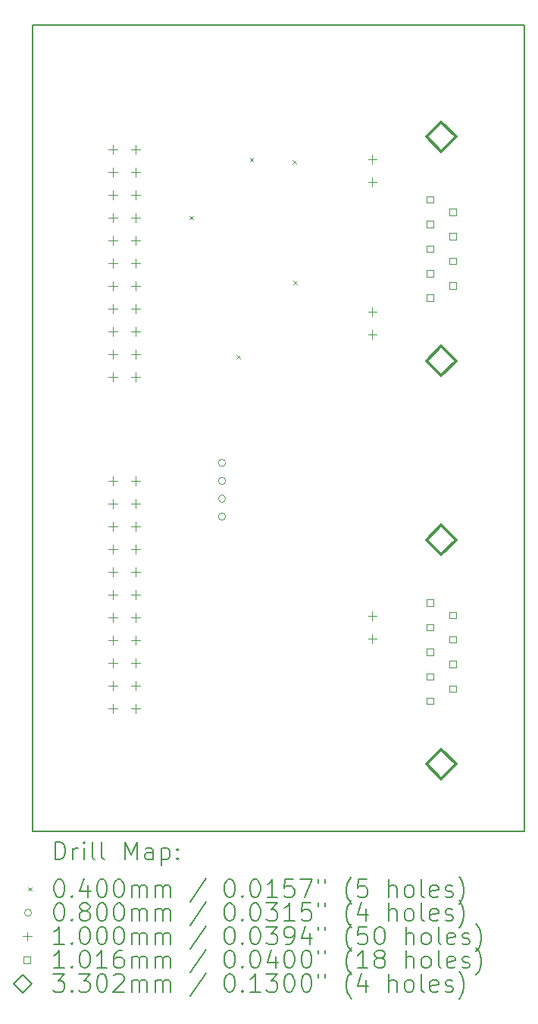
<source format=gbr>
%TF.GenerationSoftware,KiCad,Pcbnew,8.0.6*%
%TF.CreationDate,2024-12-29T09:41:23-05:00*%
%TF.ProjectId,Beagley-ai-3CAN,42656167-6c65-4792-9d61-692d3343414e,rev?*%
%TF.SameCoordinates,Original*%
%TF.FileFunction,Drillmap*%
%TF.FilePolarity,Positive*%
%FSLAX45Y45*%
G04 Gerber Fmt 4.5, Leading zero omitted, Abs format (unit mm)*
G04 Created by KiCad (PCBNEW 8.0.6) date 2024-12-29 09:41:23*
%MOMM*%
%LPD*%
G01*
G04 APERTURE LIST*
%ADD10C,0.150000*%
%ADD11C,0.200000*%
%ADD12C,0.100000*%
%ADD13C,0.101600*%
%ADD14C,0.330200*%
G04 APERTURE END LIST*
D10*
X12500000Y-14000000D02*
X12500000Y-5000000D01*
X18000000Y-14000000D02*
X12500000Y-14000000D01*
X18000000Y-5000000D02*
X12500000Y-5000000D01*
X18000000Y-5000000D02*
X18000000Y-14000000D01*
D11*
D12*
X14260000Y-7134000D02*
X14300000Y-7174000D01*
X14300000Y-7134000D02*
X14260000Y-7174000D01*
X14780000Y-8685000D02*
X14820000Y-8725000D01*
X14820000Y-8685000D02*
X14780000Y-8725000D01*
X14930000Y-6485000D02*
X14970000Y-6525000D01*
X14970000Y-6485000D02*
X14930000Y-6525000D01*
X15407250Y-6512250D02*
X15447250Y-6552250D01*
X15447250Y-6512250D02*
X15407250Y-6552250D01*
X15415000Y-7860000D02*
X15455000Y-7900000D01*
X15455000Y-7860000D02*
X15415000Y-7900000D01*
X14660000Y-9890000D02*
G75*
G02*
X14580000Y-9890000I-40000J0D01*
G01*
X14580000Y-9890000D02*
G75*
G02*
X14660000Y-9890000I40000J0D01*
G01*
X14660000Y-10090000D02*
G75*
G02*
X14580000Y-10090000I-40000J0D01*
G01*
X14580000Y-10090000D02*
G75*
G02*
X14660000Y-10090000I40000J0D01*
G01*
X14660000Y-10290000D02*
G75*
G02*
X14580000Y-10290000I-40000J0D01*
G01*
X14580000Y-10290000D02*
G75*
G02*
X14660000Y-10290000I40000J0D01*
G01*
X14660000Y-10490000D02*
G75*
G02*
X14580000Y-10490000I-40000J0D01*
G01*
X14580000Y-10490000D02*
G75*
G02*
X14660000Y-10490000I40000J0D01*
G01*
X13404000Y-6342000D02*
X13404000Y-6442000D01*
X13354000Y-6392000D02*
X13454000Y-6392000D01*
X13404000Y-6596000D02*
X13404000Y-6696000D01*
X13354000Y-6646000D02*
X13454000Y-6646000D01*
X13404000Y-6850000D02*
X13404000Y-6950000D01*
X13354000Y-6900000D02*
X13454000Y-6900000D01*
X13404000Y-7104000D02*
X13404000Y-7204000D01*
X13354000Y-7154000D02*
X13454000Y-7154000D01*
X13404000Y-7358000D02*
X13404000Y-7458000D01*
X13354000Y-7408000D02*
X13454000Y-7408000D01*
X13404000Y-7612000D02*
X13404000Y-7712000D01*
X13354000Y-7662000D02*
X13454000Y-7662000D01*
X13404000Y-7866000D02*
X13404000Y-7966000D01*
X13354000Y-7916000D02*
X13454000Y-7916000D01*
X13404000Y-8120000D02*
X13404000Y-8220000D01*
X13354000Y-8170000D02*
X13454000Y-8170000D01*
X13404000Y-8374000D02*
X13404000Y-8474000D01*
X13354000Y-8424000D02*
X13454000Y-8424000D01*
X13404000Y-8628000D02*
X13404000Y-8728000D01*
X13354000Y-8678000D02*
X13454000Y-8678000D01*
X13404000Y-8882000D02*
X13404000Y-8982000D01*
X13354000Y-8932000D02*
X13454000Y-8932000D01*
X13404000Y-10042000D02*
X13404000Y-10142000D01*
X13354000Y-10092000D02*
X13454000Y-10092000D01*
X13404000Y-10296000D02*
X13404000Y-10396000D01*
X13354000Y-10346000D02*
X13454000Y-10346000D01*
X13404000Y-10550000D02*
X13404000Y-10650000D01*
X13354000Y-10600000D02*
X13454000Y-10600000D01*
X13404000Y-10804000D02*
X13404000Y-10904000D01*
X13354000Y-10854000D02*
X13454000Y-10854000D01*
X13404000Y-11058000D02*
X13404000Y-11158000D01*
X13354000Y-11108000D02*
X13454000Y-11108000D01*
X13404000Y-11312000D02*
X13404000Y-11412000D01*
X13354000Y-11362000D02*
X13454000Y-11362000D01*
X13404000Y-11566000D02*
X13404000Y-11666000D01*
X13354000Y-11616000D02*
X13454000Y-11616000D01*
X13404000Y-11820000D02*
X13404000Y-11920000D01*
X13354000Y-11870000D02*
X13454000Y-11870000D01*
X13404000Y-12074000D02*
X13404000Y-12174000D01*
X13354000Y-12124000D02*
X13454000Y-12124000D01*
X13404000Y-12328000D02*
X13404000Y-12428000D01*
X13354000Y-12378000D02*
X13454000Y-12378000D01*
X13404000Y-12582000D02*
X13404000Y-12682000D01*
X13354000Y-12632000D02*
X13454000Y-12632000D01*
X13658000Y-6342000D02*
X13658000Y-6442000D01*
X13608000Y-6392000D02*
X13708000Y-6392000D01*
X13658000Y-6596000D02*
X13658000Y-6696000D01*
X13608000Y-6646000D02*
X13708000Y-6646000D01*
X13658000Y-6850000D02*
X13658000Y-6950000D01*
X13608000Y-6900000D02*
X13708000Y-6900000D01*
X13658000Y-7104000D02*
X13658000Y-7204000D01*
X13608000Y-7154000D02*
X13708000Y-7154000D01*
X13658000Y-7358000D02*
X13658000Y-7458000D01*
X13608000Y-7408000D02*
X13708000Y-7408000D01*
X13658000Y-7612000D02*
X13658000Y-7712000D01*
X13608000Y-7662000D02*
X13708000Y-7662000D01*
X13658000Y-7866000D02*
X13658000Y-7966000D01*
X13608000Y-7916000D02*
X13708000Y-7916000D01*
X13658000Y-8120000D02*
X13658000Y-8220000D01*
X13608000Y-8170000D02*
X13708000Y-8170000D01*
X13658000Y-8374000D02*
X13658000Y-8474000D01*
X13608000Y-8424000D02*
X13708000Y-8424000D01*
X13658000Y-8628000D02*
X13658000Y-8728000D01*
X13608000Y-8678000D02*
X13708000Y-8678000D01*
X13658000Y-8882000D02*
X13658000Y-8982000D01*
X13608000Y-8932000D02*
X13708000Y-8932000D01*
X13658000Y-10042000D02*
X13658000Y-10142000D01*
X13608000Y-10092000D02*
X13708000Y-10092000D01*
X13658000Y-10296000D02*
X13658000Y-10396000D01*
X13608000Y-10346000D02*
X13708000Y-10346000D01*
X13658000Y-10550000D02*
X13658000Y-10650000D01*
X13608000Y-10600000D02*
X13708000Y-10600000D01*
X13658000Y-10804000D02*
X13658000Y-10904000D01*
X13608000Y-10854000D02*
X13708000Y-10854000D01*
X13658000Y-11058000D02*
X13658000Y-11158000D01*
X13608000Y-11108000D02*
X13708000Y-11108000D01*
X13658000Y-11312000D02*
X13658000Y-11412000D01*
X13608000Y-11362000D02*
X13708000Y-11362000D01*
X13658000Y-11566000D02*
X13658000Y-11666000D01*
X13608000Y-11616000D02*
X13708000Y-11616000D01*
X13658000Y-11820000D02*
X13658000Y-11920000D01*
X13608000Y-11870000D02*
X13708000Y-11870000D01*
X13658000Y-12074000D02*
X13658000Y-12174000D01*
X13608000Y-12124000D02*
X13708000Y-12124000D01*
X13658000Y-12328000D02*
X13658000Y-12428000D01*
X13608000Y-12378000D02*
X13708000Y-12378000D01*
X13658000Y-12582000D02*
X13658000Y-12682000D01*
X13608000Y-12632000D02*
X13708000Y-12632000D01*
X16300000Y-6450000D02*
X16300000Y-6550000D01*
X16250000Y-6500000D02*
X16350000Y-6500000D01*
X16300000Y-6704000D02*
X16300000Y-6804000D01*
X16250000Y-6754000D02*
X16350000Y-6754000D01*
X16300000Y-8150000D02*
X16300000Y-8250000D01*
X16250000Y-8200000D02*
X16350000Y-8200000D01*
X16300000Y-8404000D02*
X16300000Y-8504000D01*
X16250000Y-8454000D02*
X16350000Y-8454000D01*
X16300000Y-11550000D02*
X16300000Y-11650000D01*
X16250000Y-11600000D02*
X16350000Y-11600000D01*
X16300000Y-11804000D02*
X16300000Y-11904000D01*
X16250000Y-11854000D02*
X16350000Y-11854000D01*
D13*
X16978921Y-6987281D02*
X16978921Y-6915439D01*
X16907079Y-6915439D01*
X16907079Y-6987281D01*
X16978921Y-6987281D01*
X16978921Y-7261601D02*
X16978921Y-7189759D01*
X16907079Y-7189759D01*
X16907079Y-7261601D01*
X16978921Y-7261601D01*
X16978921Y-7535921D02*
X16978921Y-7464079D01*
X16907079Y-7464079D01*
X16907079Y-7535921D01*
X16978921Y-7535921D01*
X16978921Y-7810241D02*
X16978921Y-7738399D01*
X16907079Y-7738399D01*
X16907079Y-7810241D01*
X16978921Y-7810241D01*
X16978921Y-8084561D02*
X16978921Y-8012719D01*
X16907079Y-8012719D01*
X16907079Y-8084561D01*
X16978921Y-8084561D01*
X16978921Y-11487281D02*
X16978921Y-11415439D01*
X16907079Y-11415439D01*
X16907079Y-11487281D01*
X16978921Y-11487281D01*
X16978921Y-11761601D02*
X16978921Y-11689759D01*
X16907079Y-11689759D01*
X16907079Y-11761601D01*
X16978921Y-11761601D01*
X16978921Y-12035921D02*
X16978921Y-11964079D01*
X16907079Y-11964079D01*
X16907079Y-12035921D01*
X16978921Y-12035921D01*
X16978921Y-12310241D02*
X16978921Y-12238399D01*
X16907079Y-12238399D01*
X16907079Y-12310241D01*
X16978921Y-12310241D01*
X16978921Y-12584561D02*
X16978921Y-12512719D01*
X16907079Y-12512719D01*
X16907079Y-12584561D01*
X16978921Y-12584561D01*
X17232921Y-7124441D02*
X17232921Y-7052599D01*
X17161079Y-7052599D01*
X17161079Y-7124441D01*
X17232921Y-7124441D01*
X17232921Y-7398761D02*
X17232921Y-7326919D01*
X17161079Y-7326919D01*
X17161079Y-7398761D01*
X17232921Y-7398761D01*
X17232921Y-7673081D02*
X17232921Y-7601239D01*
X17161079Y-7601239D01*
X17161079Y-7673081D01*
X17232921Y-7673081D01*
X17232921Y-7947401D02*
X17232921Y-7875559D01*
X17161079Y-7875559D01*
X17161079Y-7947401D01*
X17232921Y-7947401D01*
X17232921Y-11624441D02*
X17232921Y-11552599D01*
X17161079Y-11552599D01*
X17161079Y-11624441D01*
X17232921Y-11624441D01*
X17232921Y-11898761D02*
X17232921Y-11826919D01*
X17161079Y-11826919D01*
X17161079Y-11898761D01*
X17232921Y-11898761D01*
X17232921Y-12173081D02*
X17232921Y-12101239D01*
X17161079Y-12101239D01*
X17161079Y-12173081D01*
X17232921Y-12173081D01*
X17232921Y-12447401D02*
X17232921Y-12375559D01*
X17161079Y-12375559D01*
X17161079Y-12447401D01*
X17232921Y-12447401D01*
D14*
X17070000Y-6412880D02*
X17235100Y-6247780D01*
X17070000Y-6082680D01*
X16904900Y-6247780D01*
X17070000Y-6412880D01*
X17070000Y-8917320D02*
X17235100Y-8752220D01*
X17070000Y-8587120D01*
X16904900Y-8752220D01*
X17070000Y-8917320D01*
X17070000Y-10912880D02*
X17235100Y-10747780D01*
X17070000Y-10582680D01*
X16904900Y-10747780D01*
X17070000Y-10912880D01*
X17070000Y-13417320D02*
X17235100Y-13252220D01*
X17070000Y-13087120D01*
X16904900Y-13252220D01*
X17070000Y-13417320D01*
D11*
X12753277Y-14318984D02*
X12753277Y-14118984D01*
X12753277Y-14118984D02*
X12800896Y-14118984D01*
X12800896Y-14118984D02*
X12829467Y-14128508D01*
X12829467Y-14128508D02*
X12848515Y-14147555D01*
X12848515Y-14147555D02*
X12858039Y-14166603D01*
X12858039Y-14166603D02*
X12867562Y-14204698D01*
X12867562Y-14204698D02*
X12867562Y-14233269D01*
X12867562Y-14233269D02*
X12858039Y-14271365D01*
X12858039Y-14271365D02*
X12848515Y-14290412D01*
X12848515Y-14290412D02*
X12829467Y-14309460D01*
X12829467Y-14309460D02*
X12800896Y-14318984D01*
X12800896Y-14318984D02*
X12753277Y-14318984D01*
X12953277Y-14318984D02*
X12953277Y-14185650D01*
X12953277Y-14223746D02*
X12962801Y-14204698D01*
X12962801Y-14204698D02*
X12972324Y-14195174D01*
X12972324Y-14195174D02*
X12991372Y-14185650D01*
X12991372Y-14185650D02*
X13010420Y-14185650D01*
X13077086Y-14318984D02*
X13077086Y-14185650D01*
X13077086Y-14118984D02*
X13067562Y-14128508D01*
X13067562Y-14128508D02*
X13077086Y-14138031D01*
X13077086Y-14138031D02*
X13086610Y-14128508D01*
X13086610Y-14128508D02*
X13077086Y-14118984D01*
X13077086Y-14118984D02*
X13077086Y-14138031D01*
X13200896Y-14318984D02*
X13181848Y-14309460D01*
X13181848Y-14309460D02*
X13172324Y-14290412D01*
X13172324Y-14290412D02*
X13172324Y-14118984D01*
X13305658Y-14318984D02*
X13286610Y-14309460D01*
X13286610Y-14309460D02*
X13277086Y-14290412D01*
X13277086Y-14290412D02*
X13277086Y-14118984D01*
X13534229Y-14318984D02*
X13534229Y-14118984D01*
X13534229Y-14118984D02*
X13600896Y-14261841D01*
X13600896Y-14261841D02*
X13667562Y-14118984D01*
X13667562Y-14118984D02*
X13667562Y-14318984D01*
X13848515Y-14318984D02*
X13848515Y-14214222D01*
X13848515Y-14214222D02*
X13838991Y-14195174D01*
X13838991Y-14195174D02*
X13819943Y-14185650D01*
X13819943Y-14185650D02*
X13781848Y-14185650D01*
X13781848Y-14185650D02*
X13762801Y-14195174D01*
X13848515Y-14309460D02*
X13829467Y-14318984D01*
X13829467Y-14318984D02*
X13781848Y-14318984D01*
X13781848Y-14318984D02*
X13762801Y-14309460D01*
X13762801Y-14309460D02*
X13753277Y-14290412D01*
X13753277Y-14290412D02*
X13753277Y-14271365D01*
X13753277Y-14271365D02*
X13762801Y-14252317D01*
X13762801Y-14252317D02*
X13781848Y-14242793D01*
X13781848Y-14242793D02*
X13829467Y-14242793D01*
X13829467Y-14242793D02*
X13848515Y-14233269D01*
X13943753Y-14185650D02*
X13943753Y-14385650D01*
X13943753Y-14195174D02*
X13962801Y-14185650D01*
X13962801Y-14185650D02*
X14000896Y-14185650D01*
X14000896Y-14185650D02*
X14019943Y-14195174D01*
X14019943Y-14195174D02*
X14029467Y-14204698D01*
X14029467Y-14204698D02*
X14038991Y-14223746D01*
X14038991Y-14223746D02*
X14038991Y-14280888D01*
X14038991Y-14280888D02*
X14029467Y-14299936D01*
X14029467Y-14299936D02*
X14019943Y-14309460D01*
X14019943Y-14309460D02*
X14000896Y-14318984D01*
X14000896Y-14318984D02*
X13962801Y-14318984D01*
X13962801Y-14318984D02*
X13943753Y-14309460D01*
X14124705Y-14299936D02*
X14134229Y-14309460D01*
X14134229Y-14309460D02*
X14124705Y-14318984D01*
X14124705Y-14318984D02*
X14115182Y-14309460D01*
X14115182Y-14309460D02*
X14124705Y-14299936D01*
X14124705Y-14299936D02*
X14124705Y-14318984D01*
X14124705Y-14195174D02*
X14134229Y-14204698D01*
X14134229Y-14204698D02*
X14124705Y-14214222D01*
X14124705Y-14214222D02*
X14115182Y-14204698D01*
X14115182Y-14204698D02*
X14124705Y-14195174D01*
X14124705Y-14195174D02*
X14124705Y-14214222D01*
D12*
X12452500Y-14627500D02*
X12492500Y-14667500D01*
X12492500Y-14627500D02*
X12452500Y-14667500D01*
D11*
X12791372Y-14538984D02*
X12810420Y-14538984D01*
X12810420Y-14538984D02*
X12829467Y-14548508D01*
X12829467Y-14548508D02*
X12838991Y-14558031D01*
X12838991Y-14558031D02*
X12848515Y-14577079D01*
X12848515Y-14577079D02*
X12858039Y-14615174D01*
X12858039Y-14615174D02*
X12858039Y-14662793D01*
X12858039Y-14662793D02*
X12848515Y-14700888D01*
X12848515Y-14700888D02*
X12838991Y-14719936D01*
X12838991Y-14719936D02*
X12829467Y-14729460D01*
X12829467Y-14729460D02*
X12810420Y-14738984D01*
X12810420Y-14738984D02*
X12791372Y-14738984D01*
X12791372Y-14738984D02*
X12772324Y-14729460D01*
X12772324Y-14729460D02*
X12762801Y-14719936D01*
X12762801Y-14719936D02*
X12753277Y-14700888D01*
X12753277Y-14700888D02*
X12743753Y-14662793D01*
X12743753Y-14662793D02*
X12743753Y-14615174D01*
X12743753Y-14615174D02*
X12753277Y-14577079D01*
X12753277Y-14577079D02*
X12762801Y-14558031D01*
X12762801Y-14558031D02*
X12772324Y-14548508D01*
X12772324Y-14548508D02*
X12791372Y-14538984D01*
X12943753Y-14719936D02*
X12953277Y-14729460D01*
X12953277Y-14729460D02*
X12943753Y-14738984D01*
X12943753Y-14738984D02*
X12934229Y-14729460D01*
X12934229Y-14729460D02*
X12943753Y-14719936D01*
X12943753Y-14719936D02*
X12943753Y-14738984D01*
X13124705Y-14605650D02*
X13124705Y-14738984D01*
X13077086Y-14529460D02*
X13029467Y-14672317D01*
X13029467Y-14672317D02*
X13153277Y-14672317D01*
X13267562Y-14538984D02*
X13286610Y-14538984D01*
X13286610Y-14538984D02*
X13305658Y-14548508D01*
X13305658Y-14548508D02*
X13315182Y-14558031D01*
X13315182Y-14558031D02*
X13324705Y-14577079D01*
X13324705Y-14577079D02*
X13334229Y-14615174D01*
X13334229Y-14615174D02*
X13334229Y-14662793D01*
X13334229Y-14662793D02*
X13324705Y-14700888D01*
X13324705Y-14700888D02*
X13315182Y-14719936D01*
X13315182Y-14719936D02*
X13305658Y-14729460D01*
X13305658Y-14729460D02*
X13286610Y-14738984D01*
X13286610Y-14738984D02*
X13267562Y-14738984D01*
X13267562Y-14738984D02*
X13248515Y-14729460D01*
X13248515Y-14729460D02*
X13238991Y-14719936D01*
X13238991Y-14719936D02*
X13229467Y-14700888D01*
X13229467Y-14700888D02*
X13219943Y-14662793D01*
X13219943Y-14662793D02*
X13219943Y-14615174D01*
X13219943Y-14615174D02*
X13229467Y-14577079D01*
X13229467Y-14577079D02*
X13238991Y-14558031D01*
X13238991Y-14558031D02*
X13248515Y-14548508D01*
X13248515Y-14548508D02*
X13267562Y-14538984D01*
X13458039Y-14538984D02*
X13477086Y-14538984D01*
X13477086Y-14538984D02*
X13496134Y-14548508D01*
X13496134Y-14548508D02*
X13505658Y-14558031D01*
X13505658Y-14558031D02*
X13515182Y-14577079D01*
X13515182Y-14577079D02*
X13524705Y-14615174D01*
X13524705Y-14615174D02*
X13524705Y-14662793D01*
X13524705Y-14662793D02*
X13515182Y-14700888D01*
X13515182Y-14700888D02*
X13505658Y-14719936D01*
X13505658Y-14719936D02*
X13496134Y-14729460D01*
X13496134Y-14729460D02*
X13477086Y-14738984D01*
X13477086Y-14738984D02*
X13458039Y-14738984D01*
X13458039Y-14738984D02*
X13438991Y-14729460D01*
X13438991Y-14729460D02*
X13429467Y-14719936D01*
X13429467Y-14719936D02*
X13419943Y-14700888D01*
X13419943Y-14700888D02*
X13410420Y-14662793D01*
X13410420Y-14662793D02*
X13410420Y-14615174D01*
X13410420Y-14615174D02*
X13419943Y-14577079D01*
X13419943Y-14577079D02*
X13429467Y-14558031D01*
X13429467Y-14558031D02*
X13438991Y-14548508D01*
X13438991Y-14548508D02*
X13458039Y-14538984D01*
X13610420Y-14738984D02*
X13610420Y-14605650D01*
X13610420Y-14624698D02*
X13619943Y-14615174D01*
X13619943Y-14615174D02*
X13638991Y-14605650D01*
X13638991Y-14605650D02*
X13667563Y-14605650D01*
X13667563Y-14605650D02*
X13686610Y-14615174D01*
X13686610Y-14615174D02*
X13696134Y-14634222D01*
X13696134Y-14634222D02*
X13696134Y-14738984D01*
X13696134Y-14634222D02*
X13705658Y-14615174D01*
X13705658Y-14615174D02*
X13724705Y-14605650D01*
X13724705Y-14605650D02*
X13753277Y-14605650D01*
X13753277Y-14605650D02*
X13772324Y-14615174D01*
X13772324Y-14615174D02*
X13781848Y-14634222D01*
X13781848Y-14634222D02*
X13781848Y-14738984D01*
X13877086Y-14738984D02*
X13877086Y-14605650D01*
X13877086Y-14624698D02*
X13886610Y-14615174D01*
X13886610Y-14615174D02*
X13905658Y-14605650D01*
X13905658Y-14605650D02*
X13934229Y-14605650D01*
X13934229Y-14605650D02*
X13953277Y-14615174D01*
X13953277Y-14615174D02*
X13962801Y-14634222D01*
X13962801Y-14634222D02*
X13962801Y-14738984D01*
X13962801Y-14634222D02*
X13972324Y-14615174D01*
X13972324Y-14615174D02*
X13991372Y-14605650D01*
X13991372Y-14605650D02*
X14019943Y-14605650D01*
X14019943Y-14605650D02*
X14038991Y-14615174D01*
X14038991Y-14615174D02*
X14048515Y-14634222D01*
X14048515Y-14634222D02*
X14048515Y-14738984D01*
X14438991Y-14529460D02*
X14267563Y-14786603D01*
X14696134Y-14538984D02*
X14715182Y-14538984D01*
X14715182Y-14538984D02*
X14734229Y-14548508D01*
X14734229Y-14548508D02*
X14743753Y-14558031D01*
X14743753Y-14558031D02*
X14753277Y-14577079D01*
X14753277Y-14577079D02*
X14762801Y-14615174D01*
X14762801Y-14615174D02*
X14762801Y-14662793D01*
X14762801Y-14662793D02*
X14753277Y-14700888D01*
X14753277Y-14700888D02*
X14743753Y-14719936D01*
X14743753Y-14719936D02*
X14734229Y-14729460D01*
X14734229Y-14729460D02*
X14715182Y-14738984D01*
X14715182Y-14738984D02*
X14696134Y-14738984D01*
X14696134Y-14738984D02*
X14677086Y-14729460D01*
X14677086Y-14729460D02*
X14667563Y-14719936D01*
X14667563Y-14719936D02*
X14658039Y-14700888D01*
X14658039Y-14700888D02*
X14648515Y-14662793D01*
X14648515Y-14662793D02*
X14648515Y-14615174D01*
X14648515Y-14615174D02*
X14658039Y-14577079D01*
X14658039Y-14577079D02*
X14667563Y-14558031D01*
X14667563Y-14558031D02*
X14677086Y-14548508D01*
X14677086Y-14548508D02*
X14696134Y-14538984D01*
X14848515Y-14719936D02*
X14858039Y-14729460D01*
X14858039Y-14729460D02*
X14848515Y-14738984D01*
X14848515Y-14738984D02*
X14838991Y-14729460D01*
X14838991Y-14729460D02*
X14848515Y-14719936D01*
X14848515Y-14719936D02*
X14848515Y-14738984D01*
X14981848Y-14538984D02*
X15000896Y-14538984D01*
X15000896Y-14538984D02*
X15019944Y-14548508D01*
X15019944Y-14548508D02*
X15029467Y-14558031D01*
X15029467Y-14558031D02*
X15038991Y-14577079D01*
X15038991Y-14577079D02*
X15048515Y-14615174D01*
X15048515Y-14615174D02*
X15048515Y-14662793D01*
X15048515Y-14662793D02*
X15038991Y-14700888D01*
X15038991Y-14700888D02*
X15029467Y-14719936D01*
X15029467Y-14719936D02*
X15019944Y-14729460D01*
X15019944Y-14729460D02*
X15000896Y-14738984D01*
X15000896Y-14738984D02*
X14981848Y-14738984D01*
X14981848Y-14738984D02*
X14962801Y-14729460D01*
X14962801Y-14729460D02*
X14953277Y-14719936D01*
X14953277Y-14719936D02*
X14943753Y-14700888D01*
X14943753Y-14700888D02*
X14934229Y-14662793D01*
X14934229Y-14662793D02*
X14934229Y-14615174D01*
X14934229Y-14615174D02*
X14943753Y-14577079D01*
X14943753Y-14577079D02*
X14953277Y-14558031D01*
X14953277Y-14558031D02*
X14962801Y-14548508D01*
X14962801Y-14548508D02*
X14981848Y-14538984D01*
X15238991Y-14738984D02*
X15124706Y-14738984D01*
X15181848Y-14738984D02*
X15181848Y-14538984D01*
X15181848Y-14538984D02*
X15162801Y-14567555D01*
X15162801Y-14567555D02*
X15143753Y-14586603D01*
X15143753Y-14586603D02*
X15124706Y-14596127D01*
X15419944Y-14538984D02*
X15324706Y-14538984D01*
X15324706Y-14538984D02*
X15315182Y-14634222D01*
X15315182Y-14634222D02*
X15324706Y-14624698D01*
X15324706Y-14624698D02*
X15343753Y-14615174D01*
X15343753Y-14615174D02*
X15391372Y-14615174D01*
X15391372Y-14615174D02*
X15410420Y-14624698D01*
X15410420Y-14624698D02*
X15419944Y-14634222D01*
X15419944Y-14634222D02*
X15429467Y-14653269D01*
X15429467Y-14653269D02*
X15429467Y-14700888D01*
X15429467Y-14700888D02*
X15419944Y-14719936D01*
X15419944Y-14719936D02*
X15410420Y-14729460D01*
X15410420Y-14729460D02*
X15391372Y-14738984D01*
X15391372Y-14738984D02*
X15343753Y-14738984D01*
X15343753Y-14738984D02*
X15324706Y-14729460D01*
X15324706Y-14729460D02*
X15315182Y-14719936D01*
X15496134Y-14538984D02*
X15629467Y-14538984D01*
X15629467Y-14538984D02*
X15543753Y-14738984D01*
X15696134Y-14538984D02*
X15696134Y-14577079D01*
X15772325Y-14538984D02*
X15772325Y-14577079D01*
X16067563Y-14815174D02*
X16058039Y-14805650D01*
X16058039Y-14805650D02*
X16038991Y-14777079D01*
X16038991Y-14777079D02*
X16029468Y-14758031D01*
X16029468Y-14758031D02*
X16019944Y-14729460D01*
X16019944Y-14729460D02*
X16010420Y-14681841D01*
X16010420Y-14681841D02*
X16010420Y-14643746D01*
X16010420Y-14643746D02*
X16019944Y-14596127D01*
X16019944Y-14596127D02*
X16029468Y-14567555D01*
X16029468Y-14567555D02*
X16038991Y-14548508D01*
X16038991Y-14548508D02*
X16058039Y-14519936D01*
X16058039Y-14519936D02*
X16067563Y-14510412D01*
X16238991Y-14538984D02*
X16143753Y-14538984D01*
X16143753Y-14538984D02*
X16134229Y-14634222D01*
X16134229Y-14634222D02*
X16143753Y-14624698D01*
X16143753Y-14624698D02*
X16162801Y-14615174D01*
X16162801Y-14615174D02*
X16210420Y-14615174D01*
X16210420Y-14615174D02*
X16229468Y-14624698D01*
X16229468Y-14624698D02*
X16238991Y-14634222D01*
X16238991Y-14634222D02*
X16248515Y-14653269D01*
X16248515Y-14653269D02*
X16248515Y-14700888D01*
X16248515Y-14700888D02*
X16238991Y-14719936D01*
X16238991Y-14719936D02*
X16229468Y-14729460D01*
X16229468Y-14729460D02*
X16210420Y-14738984D01*
X16210420Y-14738984D02*
X16162801Y-14738984D01*
X16162801Y-14738984D02*
X16143753Y-14729460D01*
X16143753Y-14729460D02*
X16134229Y-14719936D01*
X16486610Y-14738984D02*
X16486610Y-14538984D01*
X16572325Y-14738984D02*
X16572325Y-14634222D01*
X16572325Y-14634222D02*
X16562801Y-14615174D01*
X16562801Y-14615174D02*
X16543753Y-14605650D01*
X16543753Y-14605650D02*
X16515182Y-14605650D01*
X16515182Y-14605650D02*
X16496134Y-14615174D01*
X16496134Y-14615174D02*
X16486610Y-14624698D01*
X16696134Y-14738984D02*
X16677087Y-14729460D01*
X16677087Y-14729460D02*
X16667563Y-14719936D01*
X16667563Y-14719936D02*
X16658039Y-14700888D01*
X16658039Y-14700888D02*
X16658039Y-14643746D01*
X16658039Y-14643746D02*
X16667563Y-14624698D01*
X16667563Y-14624698D02*
X16677087Y-14615174D01*
X16677087Y-14615174D02*
X16696134Y-14605650D01*
X16696134Y-14605650D02*
X16724706Y-14605650D01*
X16724706Y-14605650D02*
X16743753Y-14615174D01*
X16743753Y-14615174D02*
X16753277Y-14624698D01*
X16753277Y-14624698D02*
X16762801Y-14643746D01*
X16762801Y-14643746D02*
X16762801Y-14700888D01*
X16762801Y-14700888D02*
X16753277Y-14719936D01*
X16753277Y-14719936D02*
X16743753Y-14729460D01*
X16743753Y-14729460D02*
X16724706Y-14738984D01*
X16724706Y-14738984D02*
X16696134Y-14738984D01*
X16877087Y-14738984D02*
X16858039Y-14729460D01*
X16858039Y-14729460D02*
X16848515Y-14710412D01*
X16848515Y-14710412D02*
X16848515Y-14538984D01*
X17029468Y-14729460D02*
X17010420Y-14738984D01*
X17010420Y-14738984D02*
X16972325Y-14738984D01*
X16972325Y-14738984D02*
X16953277Y-14729460D01*
X16953277Y-14729460D02*
X16943753Y-14710412D01*
X16943753Y-14710412D02*
X16943753Y-14634222D01*
X16943753Y-14634222D02*
X16953277Y-14615174D01*
X16953277Y-14615174D02*
X16972325Y-14605650D01*
X16972325Y-14605650D02*
X17010420Y-14605650D01*
X17010420Y-14605650D02*
X17029468Y-14615174D01*
X17029468Y-14615174D02*
X17038992Y-14634222D01*
X17038992Y-14634222D02*
X17038992Y-14653269D01*
X17038992Y-14653269D02*
X16943753Y-14672317D01*
X17115182Y-14729460D02*
X17134230Y-14738984D01*
X17134230Y-14738984D02*
X17172325Y-14738984D01*
X17172325Y-14738984D02*
X17191373Y-14729460D01*
X17191373Y-14729460D02*
X17200896Y-14710412D01*
X17200896Y-14710412D02*
X17200896Y-14700888D01*
X17200896Y-14700888D02*
X17191373Y-14681841D01*
X17191373Y-14681841D02*
X17172325Y-14672317D01*
X17172325Y-14672317D02*
X17143753Y-14672317D01*
X17143753Y-14672317D02*
X17124706Y-14662793D01*
X17124706Y-14662793D02*
X17115182Y-14643746D01*
X17115182Y-14643746D02*
X17115182Y-14634222D01*
X17115182Y-14634222D02*
X17124706Y-14615174D01*
X17124706Y-14615174D02*
X17143753Y-14605650D01*
X17143753Y-14605650D02*
X17172325Y-14605650D01*
X17172325Y-14605650D02*
X17191373Y-14615174D01*
X17267563Y-14815174D02*
X17277087Y-14805650D01*
X17277087Y-14805650D02*
X17296134Y-14777079D01*
X17296134Y-14777079D02*
X17305658Y-14758031D01*
X17305658Y-14758031D02*
X17315182Y-14729460D01*
X17315182Y-14729460D02*
X17324706Y-14681841D01*
X17324706Y-14681841D02*
X17324706Y-14643746D01*
X17324706Y-14643746D02*
X17315182Y-14596127D01*
X17315182Y-14596127D02*
X17305658Y-14567555D01*
X17305658Y-14567555D02*
X17296134Y-14548508D01*
X17296134Y-14548508D02*
X17277087Y-14519936D01*
X17277087Y-14519936D02*
X17267563Y-14510412D01*
D12*
X12492500Y-14911500D02*
G75*
G02*
X12412500Y-14911500I-40000J0D01*
G01*
X12412500Y-14911500D02*
G75*
G02*
X12492500Y-14911500I40000J0D01*
G01*
D11*
X12791372Y-14802984D02*
X12810420Y-14802984D01*
X12810420Y-14802984D02*
X12829467Y-14812508D01*
X12829467Y-14812508D02*
X12838991Y-14822031D01*
X12838991Y-14822031D02*
X12848515Y-14841079D01*
X12848515Y-14841079D02*
X12858039Y-14879174D01*
X12858039Y-14879174D02*
X12858039Y-14926793D01*
X12858039Y-14926793D02*
X12848515Y-14964888D01*
X12848515Y-14964888D02*
X12838991Y-14983936D01*
X12838991Y-14983936D02*
X12829467Y-14993460D01*
X12829467Y-14993460D02*
X12810420Y-15002984D01*
X12810420Y-15002984D02*
X12791372Y-15002984D01*
X12791372Y-15002984D02*
X12772324Y-14993460D01*
X12772324Y-14993460D02*
X12762801Y-14983936D01*
X12762801Y-14983936D02*
X12753277Y-14964888D01*
X12753277Y-14964888D02*
X12743753Y-14926793D01*
X12743753Y-14926793D02*
X12743753Y-14879174D01*
X12743753Y-14879174D02*
X12753277Y-14841079D01*
X12753277Y-14841079D02*
X12762801Y-14822031D01*
X12762801Y-14822031D02*
X12772324Y-14812508D01*
X12772324Y-14812508D02*
X12791372Y-14802984D01*
X12943753Y-14983936D02*
X12953277Y-14993460D01*
X12953277Y-14993460D02*
X12943753Y-15002984D01*
X12943753Y-15002984D02*
X12934229Y-14993460D01*
X12934229Y-14993460D02*
X12943753Y-14983936D01*
X12943753Y-14983936D02*
X12943753Y-15002984D01*
X13067562Y-14888698D02*
X13048515Y-14879174D01*
X13048515Y-14879174D02*
X13038991Y-14869650D01*
X13038991Y-14869650D02*
X13029467Y-14850603D01*
X13029467Y-14850603D02*
X13029467Y-14841079D01*
X13029467Y-14841079D02*
X13038991Y-14822031D01*
X13038991Y-14822031D02*
X13048515Y-14812508D01*
X13048515Y-14812508D02*
X13067562Y-14802984D01*
X13067562Y-14802984D02*
X13105658Y-14802984D01*
X13105658Y-14802984D02*
X13124705Y-14812508D01*
X13124705Y-14812508D02*
X13134229Y-14822031D01*
X13134229Y-14822031D02*
X13143753Y-14841079D01*
X13143753Y-14841079D02*
X13143753Y-14850603D01*
X13143753Y-14850603D02*
X13134229Y-14869650D01*
X13134229Y-14869650D02*
X13124705Y-14879174D01*
X13124705Y-14879174D02*
X13105658Y-14888698D01*
X13105658Y-14888698D02*
X13067562Y-14888698D01*
X13067562Y-14888698D02*
X13048515Y-14898222D01*
X13048515Y-14898222D02*
X13038991Y-14907746D01*
X13038991Y-14907746D02*
X13029467Y-14926793D01*
X13029467Y-14926793D02*
X13029467Y-14964888D01*
X13029467Y-14964888D02*
X13038991Y-14983936D01*
X13038991Y-14983936D02*
X13048515Y-14993460D01*
X13048515Y-14993460D02*
X13067562Y-15002984D01*
X13067562Y-15002984D02*
X13105658Y-15002984D01*
X13105658Y-15002984D02*
X13124705Y-14993460D01*
X13124705Y-14993460D02*
X13134229Y-14983936D01*
X13134229Y-14983936D02*
X13143753Y-14964888D01*
X13143753Y-14964888D02*
X13143753Y-14926793D01*
X13143753Y-14926793D02*
X13134229Y-14907746D01*
X13134229Y-14907746D02*
X13124705Y-14898222D01*
X13124705Y-14898222D02*
X13105658Y-14888698D01*
X13267562Y-14802984D02*
X13286610Y-14802984D01*
X13286610Y-14802984D02*
X13305658Y-14812508D01*
X13305658Y-14812508D02*
X13315182Y-14822031D01*
X13315182Y-14822031D02*
X13324705Y-14841079D01*
X13324705Y-14841079D02*
X13334229Y-14879174D01*
X13334229Y-14879174D02*
X13334229Y-14926793D01*
X13334229Y-14926793D02*
X13324705Y-14964888D01*
X13324705Y-14964888D02*
X13315182Y-14983936D01*
X13315182Y-14983936D02*
X13305658Y-14993460D01*
X13305658Y-14993460D02*
X13286610Y-15002984D01*
X13286610Y-15002984D02*
X13267562Y-15002984D01*
X13267562Y-15002984D02*
X13248515Y-14993460D01*
X13248515Y-14993460D02*
X13238991Y-14983936D01*
X13238991Y-14983936D02*
X13229467Y-14964888D01*
X13229467Y-14964888D02*
X13219943Y-14926793D01*
X13219943Y-14926793D02*
X13219943Y-14879174D01*
X13219943Y-14879174D02*
X13229467Y-14841079D01*
X13229467Y-14841079D02*
X13238991Y-14822031D01*
X13238991Y-14822031D02*
X13248515Y-14812508D01*
X13248515Y-14812508D02*
X13267562Y-14802984D01*
X13458039Y-14802984D02*
X13477086Y-14802984D01*
X13477086Y-14802984D02*
X13496134Y-14812508D01*
X13496134Y-14812508D02*
X13505658Y-14822031D01*
X13505658Y-14822031D02*
X13515182Y-14841079D01*
X13515182Y-14841079D02*
X13524705Y-14879174D01*
X13524705Y-14879174D02*
X13524705Y-14926793D01*
X13524705Y-14926793D02*
X13515182Y-14964888D01*
X13515182Y-14964888D02*
X13505658Y-14983936D01*
X13505658Y-14983936D02*
X13496134Y-14993460D01*
X13496134Y-14993460D02*
X13477086Y-15002984D01*
X13477086Y-15002984D02*
X13458039Y-15002984D01*
X13458039Y-15002984D02*
X13438991Y-14993460D01*
X13438991Y-14993460D02*
X13429467Y-14983936D01*
X13429467Y-14983936D02*
X13419943Y-14964888D01*
X13419943Y-14964888D02*
X13410420Y-14926793D01*
X13410420Y-14926793D02*
X13410420Y-14879174D01*
X13410420Y-14879174D02*
X13419943Y-14841079D01*
X13419943Y-14841079D02*
X13429467Y-14822031D01*
X13429467Y-14822031D02*
X13438991Y-14812508D01*
X13438991Y-14812508D02*
X13458039Y-14802984D01*
X13610420Y-15002984D02*
X13610420Y-14869650D01*
X13610420Y-14888698D02*
X13619943Y-14879174D01*
X13619943Y-14879174D02*
X13638991Y-14869650D01*
X13638991Y-14869650D02*
X13667563Y-14869650D01*
X13667563Y-14869650D02*
X13686610Y-14879174D01*
X13686610Y-14879174D02*
X13696134Y-14898222D01*
X13696134Y-14898222D02*
X13696134Y-15002984D01*
X13696134Y-14898222D02*
X13705658Y-14879174D01*
X13705658Y-14879174D02*
X13724705Y-14869650D01*
X13724705Y-14869650D02*
X13753277Y-14869650D01*
X13753277Y-14869650D02*
X13772324Y-14879174D01*
X13772324Y-14879174D02*
X13781848Y-14898222D01*
X13781848Y-14898222D02*
X13781848Y-15002984D01*
X13877086Y-15002984D02*
X13877086Y-14869650D01*
X13877086Y-14888698D02*
X13886610Y-14879174D01*
X13886610Y-14879174D02*
X13905658Y-14869650D01*
X13905658Y-14869650D02*
X13934229Y-14869650D01*
X13934229Y-14869650D02*
X13953277Y-14879174D01*
X13953277Y-14879174D02*
X13962801Y-14898222D01*
X13962801Y-14898222D02*
X13962801Y-15002984D01*
X13962801Y-14898222D02*
X13972324Y-14879174D01*
X13972324Y-14879174D02*
X13991372Y-14869650D01*
X13991372Y-14869650D02*
X14019943Y-14869650D01*
X14019943Y-14869650D02*
X14038991Y-14879174D01*
X14038991Y-14879174D02*
X14048515Y-14898222D01*
X14048515Y-14898222D02*
X14048515Y-15002984D01*
X14438991Y-14793460D02*
X14267563Y-15050603D01*
X14696134Y-14802984D02*
X14715182Y-14802984D01*
X14715182Y-14802984D02*
X14734229Y-14812508D01*
X14734229Y-14812508D02*
X14743753Y-14822031D01*
X14743753Y-14822031D02*
X14753277Y-14841079D01*
X14753277Y-14841079D02*
X14762801Y-14879174D01*
X14762801Y-14879174D02*
X14762801Y-14926793D01*
X14762801Y-14926793D02*
X14753277Y-14964888D01*
X14753277Y-14964888D02*
X14743753Y-14983936D01*
X14743753Y-14983936D02*
X14734229Y-14993460D01*
X14734229Y-14993460D02*
X14715182Y-15002984D01*
X14715182Y-15002984D02*
X14696134Y-15002984D01*
X14696134Y-15002984D02*
X14677086Y-14993460D01*
X14677086Y-14993460D02*
X14667563Y-14983936D01*
X14667563Y-14983936D02*
X14658039Y-14964888D01*
X14658039Y-14964888D02*
X14648515Y-14926793D01*
X14648515Y-14926793D02*
X14648515Y-14879174D01*
X14648515Y-14879174D02*
X14658039Y-14841079D01*
X14658039Y-14841079D02*
X14667563Y-14822031D01*
X14667563Y-14822031D02*
X14677086Y-14812508D01*
X14677086Y-14812508D02*
X14696134Y-14802984D01*
X14848515Y-14983936D02*
X14858039Y-14993460D01*
X14858039Y-14993460D02*
X14848515Y-15002984D01*
X14848515Y-15002984D02*
X14838991Y-14993460D01*
X14838991Y-14993460D02*
X14848515Y-14983936D01*
X14848515Y-14983936D02*
X14848515Y-15002984D01*
X14981848Y-14802984D02*
X15000896Y-14802984D01*
X15000896Y-14802984D02*
X15019944Y-14812508D01*
X15019944Y-14812508D02*
X15029467Y-14822031D01*
X15029467Y-14822031D02*
X15038991Y-14841079D01*
X15038991Y-14841079D02*
X15048515Y-14879174D01*
X15048515Y-14879174D02*
X15048515Y-14926793D01*
X15048515Y-14926793D02*
X15038991Y-14964888D01*
X15038991Y-14964888D02*
X15029467Y-14983936D01*
X15029467Y-14983936D02*
X15019944Y-14993460D01*
X15019944Y-14993460D02*
X15000896Y-15002984D01*
X15000896Y-15002984D02*
X14981848Y-15002984D01*
X14981848Y-15002984D02*
X14962801Y-14993460D01*
X14962801Y-14993460D02*
X14953277Y-14983936D01*
X14953277Y-14983936D02*
X14943753Y-14964888D01*
X14943753Y-14964888D02*
X14934229Y-14926793D01*
X14934229Y-14926793D02*
X14934229Y-14879174D01*
X14934229Y-14879174D02*
X14943753Y-14841079D01*
X14943753Y-14841079D02*
X14953277Y-14822031D01*
X14953277Y-14822031D02*
X14962801Y-14812508D01*
X14962801Y-14812508D02*
X14981848Y-14802984D01*
X15115182Y-14802984D02*
X15238991Y-14802984D01*
X15238991Y-14802984D02*
X15172325Y-14879174D01*
X15172325Y-14879174D02*
X15200896Y-14879174D01*
X15200896Y-14879174D02*
X15219944Y-14888698D01*
X15219944Y-14888698D02*
X15229467Y-14898222D01*
X15229467Y-14898222D02*
X15238991Y-14917269D01*
X15238991Y-14917269D02*
X15238991Y-14964888D01*
X15238991Y-14964888D02*
X15229467Y-14983936D01*
X15229467Y-14983936D02*
X15219944Y-14993460D01*
X15219944Y-14993460D02*
X15200896Y-15002984D01*
X15200896Y-15002984D02*
X15143753Y-15002984D01*
X15143753Y-15002984D02*
X15124706Y-14993460D01*
X15124706Y-14993460D02*
X15115182Y-14983936D01*
X15429467Y-15002984D02*
X15315182Y-15002984D01*
X15372325Y-15002984D02*
X15372325Y-14802984D01*
X15372325Y-14802984D02*
X15353277Y-14831555D01*
X15353277Y-14831555D02*
X15334229Y-14850603D01*
X15334229Y-14850603D02*
X15315182Y-14860127D01*
X15610420Y-14802984D02*
X15515182Y-14802984D01*
X15515182Y-14802984D02*
X15505658Y-14898222D01*
X15505658Y-14898222D02*
X15515182Y-14888698D01*
X15515182Y-14888698D02*
X15534229Y-14879174D01*
X15534229Y-14879174D02*
X15581848Y-14879174D01*
X15581848Y-14879174D02*
X15600896Y-14888698D01*
X15600896Y-14888698D02*
X15610420Y-14898222D01*
X15610420Y-14898222D02*
X15619944Y-14917269D01*
X15619944Y-14917269D02*
X15619944Y-14964888D01*
X15619944Y-14964888D02*
X15610420Y-14983936D01*
X15610420Y-14983936D02*
X15600896Y-14993460D01*
X15600896Y-14993460D02*
X15581848Y-15002984D01*
X15581848Y-15002984D02*
X15534229Y-15002984D01*
X15534229Y-15002984D02*
X15515182Y-14993460D01*
X15515182Y-14993460D02*
X15505658Y-14983936D01*
X15696134Y-14802984D02*
X15696134Y-14841079D01*
X15772325Y-14802984D02*
X15772325Y-14841079D01*
X16067563Y-15079174D02*
X16058039Y-15069650D01*
X16058039Y-15069650D02*
X16038991Y-15041079D01*
X16038991Y-15041079D02*
X16029468Y-15022031D01*
X16029468Y-15022031D02*
X16019944Y-14993460D01*
X16019944Y-14993460D02*
X16010420Y-14945841D01*
X16010420Y-14945841D02*
X16010420Y-14907746D01*
X16010420Y-14907746D02*
X16019944Y-14860127D01*
X16019944Y-14860127D02*
X16029468Y-14831555D01*
X16029468Y-14831555D02*
X16038991Y-14812508D01*
X16038991Y-14812508D02*
X16058039Y-14783936D01*
X16058039Y-14783936D02*
X16067563Y-14774412D01*
X16229468Y-14869650D02*
X16229468Y-15002984D01*
X16181848Y-14793460D02*
X16134229Y-14936317D01*
X16134229Y-14936317D02*
X16258039Y-14936317D01*
X16486610Y-15002984D02*
X16486610Y-14802984D01*
X16572325Y-15002984D02*
X16572325Y-14898222D01*
X16572325Y-14898222D02*
X16562801Y-14879174D01*
X16562801Y-14879174D02*
X16543753Y-14869650D01*
X16543753Y-14869650D02*
X16515182Y-14869650D01*
X16515182Y-14869650D02*
X16496134Y-14879174D01*
X16496134Y-14879174D02*
X16486610Y-14888698D01*
X16696134Y-15002984D02*
X16677087Y-14993460D01*
X16677087Y-14993460D02*
X16667563Y-14983936D01*
X16667563Y-14983936D02*
X16658039Y-14964888D01*
X16658039Y-14964888D02*
X16658039Y-14907746D01*
X16658039Y-14907746D02*
X16667563Y-14888698D01*
X16667563Y-14888698D02*
X16677087Y-14879174D01*
X16677087Y-14879174D02*
X16696134Y-14869650D01*
X16696134Y-14869650D02*
X16724706Y-14869650D01*
X16724706Y-14869650D02*
X16743753Y-14879174D01*
X16743753Y-14879174D02*
X16753277Y-14888698D01*
X16753277Y-14888698D02*
X16762801Y-14907746D01*
X16762801Y-14907746D02*
X16762801Y-14964888D01*
X16762801Y-14964888D02*
X16753277Y-14983936D01*
X16753277Y-14983936D02*
X16743753Y-14993460D01*
X16743753Y-14993460D02*
X16724706Y-15002984D01*
X16724706Y-15002984D02*
X16696134Y-15002984D01*
X16877087Y-15002984D02*
X16858039Y-14993460D01*
X16858039Y-14993460D02*
X16848515Y-14974412D01*
X16848515Y-14974412D02*
X16848515Y-14802984D01*
X17029468Y-14993460D02*
X17010420Y-15002984D01*
X17010420Y-15002984D02*
X16972325Y-15002984D01*
X16972325Y-15002984D02*
X16953277Y-14993460D01*
X16953277Y-14993460D02*
X16943753Y-14974412D01*
X16943753Y-14974412D02*
X16943753Y-14898222D01*
X16943753Y-14898222D02*
X16953277Y-14879174D01*
X16953277Y-14879174D02*
X16972325Y-14869650D01*
X16972325Y-14869650D02*
X17010420Y-14869650D01*
X17010420Y-14869650D02*
X17029468Y-14879174D01*
X17029468Y-14879174D02*
X17038992Y-14898222D01*
X17038992Y-14898222D02*
X17038992Y-14917269D01*
X17038992Y-14917269D02*
X16943753Y-14936317D01*
X17115182Y-14993460D02*
X17134230Y-15002984D01*
X17134230Y-15002984D02*
X17172325Y-15002984D01*
X17172325Y-15002984D02*
X17191373Y-14993460D01*
X17191373Y-14993460D02*
X17200896Y-14974412D01*
X17200896Y-14974412D02*
X17200896Y-14964888D01*
X17200896Y-14964888D02*
X17191373Y-14945841D01*
X17191373Y-14945841D02*
X17172325Y-14936317D01*
X17172325Y-14936317D02*
X17143753Y-14936317D01*
X17143753Y-14936317D02*
X17124706Y-14926793D01*
X17124706Y-14926793D02*
X17115182Y-14907746D01*
X17115182Y-14907746D02*
X17115182Y-14898222D01*
X17115182Y-14898222D02*
X17124706Y-14879174D01*
X17124706Y-14879174D02*
X17143753Y-14869650D01*
X17143753Y-14869650D02*
X17172325Y-14869650D01*
X17172325Y-14869650D02*
X17191373Y-14879174D01*
X17267563Y-15079174D02*
X17277087Y-15069650D01*
X17277087Y-15069650D02*
X17296134Y-15041079D01*
X17296134Y-15041079D02*
X17305658Y-15022031D01*
X17305658Y-15022031D02*
X17315182Y-14993460D01*
X17315182Y-14993460D02*
X17324706Y-14945841D01*
X17324706Y-14945841D02*
X17324706Y-14907746D01*
X17324706Y-14907746D02*
X17315182Y-14860127D01*
X17315182Y-14860127D02*
X17305658Y-14831555D01*
X17305658Y-14831555D02*
X17296134Y-14812508D01*
X17296134Y-14812508D02*
X17277087Y-14783936D01*
X17277087Y-14783936D02*
X17267563Y-14774412D01*
D12*
X12442500Y-15125500D02*
X12442500Y-15225500D01*
X12392500Y-15175500D02*
X12492500Y-15175500D01*
D11*
X12858039Y-15266984D02*
X12743753Y-15266984D01*
X12800896Y-15266984D02*
X12800896Y-15066984D01*
X12800896Y-15066984D02*
X12781848Y-15095555D01*
X12781848Y-15095555D02*
X12762801Y-15114603D01*
X12762801Y-15114603D02*
X12743753Y-15124127D01*
X12943753Y-15247936D02*
X12953277Y-15257460D01*
X12953277Y-15257460D02*
X12943753Y-15266984D01*
X12943753Y-15266984D02*
X12934229Y-15257460D01*
X12934229Y-15257460D02*
X12943753Y-15247936D01*
X12943753Y-15247936D02*
X12943753Y-15266984D01*
X13077086Y-15066984D02*
X13096134Y-15066984D01*
X13096134Y-15066984D02*
X13115182Y-15076508D01*
X13115182Y-15076508D02*
X13124705Y-15086031D01*
X13124705Y-15086031D02*
X13134229Y-15105079D01*
X13134229Y-15105079D02*
X13143753Y-15143174D01*
X13143753Y-15143174D02*
X13143753Y-15190793D01*
X13143753Y-15190793D02*
X13134229Y-15228888D01*
X13134229Y-15228888D02*
X13124705Y-15247936D01*
X13124705Y-15247936D02*
X13115182Y-15257460D01*
X13115182Y-15257460D02*
X13096134Y-15266984D01*
X13096134Y-15266984D02*
X13077086Y-15266984D01*
X13077086Y-15266984D02*
X13058039Y-15257460D01*
X13058039Y-15257460D02*
X13048515Y-15247936D01*
X13048515Y-15247936D02*
X13038991Y-15228888D01*
X13038991Y-15228888D02*
X13029467Y-15190793D01*
X13029467Y-15190793D02*
X13029467Y-15143174D01*
X13029467Y-15143174D02*
X13038991Y-15105079D01*
X13038991Y-15105079D02*
X13048515Y-15086031D01*
X13048515Y-15086031D02*
X13058039Y-15076508D01*
X13058039Y-15076508D02*
X13077086Y-15066984D01*
X13267562Y-15066984D02*
X13286610Y-15066984D01*
X13286610Y-15066984D02*
X13305658Y-15076508D01*
X13305658Y-15076508D02*
X13315182Y-15086031D01*
X13315182Y-15086031D02*
X13324705Y-15105079D01*
X13324705Y-15105079D02*
X13334229Y-15143174D01*
X13334229Y-15143174D02*
X13334229Y-15190793D01*
X13334229Y-15190793D02*
X13324705Y-15228888D01*
X13324705Y-15228888D02*
X13315182Y-15247936D01*
X13315182Y-15247936D02*
X13305658Y-15257460D01*
X13305658Y-15257460D02*
X13286610Y-15266984D01*
X13286610Y-15266984D02*
X13267562Y-15266984D01*
X13267562Y-15266984D02*
X13248515Y-15257460D01*
X13248515Y-15257460D02*
X13238991Y-15247936D01*
X13238991Y-15247936D02*
X13229467Y-15228888D01*
X13229467Y-15228888D02*
X13219943Y-15190793D01*
X13219943Y-15190793D02*
X13219943Y-15143174D01*
X13219943Y-15143174D02*
X13229467Y-15105079D01*
X13229467Y-15105079D02*
X13238991Y-15086031D01*
X13238991Y-15086031D02*
X13248515Y-15076508D01*
X13248515Y-15076508D02*
X13267562Y-15066984D01*
X13458039Y-15066984D02*
X13477086Y-15066984D01*
X13477086Y-15066984D02*
X13496134Y-15076508D01*
X13496134Y-15076508D02*
X13505658Y-15086031D01*
X13505658Y-15086031D02*
X13515182Y-15105079D01*
X13515182Y-15105079D02*
X13524705Y-15143174D01*
X13524705Y-15143174D02*
X13524705Y-15190793D01*
X13524705Y-15190793D02*
X13515182Y-15228888D01*
X13515182Y-15228888D02*
X13505658Y-15247936D01*
X13505658Y-15247936D02*
X13496134Y-15257460D01*
X13496134Y-15257460D02*
X13477086Y-15266984D01*
X13477086Y-15266984D02*
X13458039Y-15266984D01*
X13458039Y-15266984D02*
X13438991Y-15257460D01*
X13438991Y-15257460D02*
X13429467Y-15247936D01*
X13429467Y-15247936D02*
X13419943Y-15228888D01*
X13419943Y-15228888D02*
X13410420Y-15190793D01*
X13410420Y-15190793D02*
X13410420Y-15143174D01*
X13410420Y-15143174D02*
X13419943Y-15105079D01*
X13419943Y-15105079D02*
X13429467Y-15086031D01*
X13429467Y-15086031D02*
X13438991Y-15076508D01*
X13438991Y-15076508D02*
X13458039Y-15066984D01*
X13610420Y-15266984D02*
X13610420Y-15133650D01*
X13610420Y-15152698D02*
X13619943Y-15143174D01*
X13619943Y-15143174D02*
X13638991Y-15133650D01*
X13638991Y-15133650D02*
X13667563Y-15133650D01*
X13667563Y-15133650D02*
X13686610Y-15143174D01*
X13686610Y-15143174D02*
X13696134Y-15162222D01*
X13696134Y-15162222D02*
X13696134Y-15266984D01*
X13696134Y-15162222D02*
X13705658Y-15143174D01*
X13705658Y-15143174D02*
X13724705Y-15133650D01*
X13724705Y-15133650D02*
X13753277Y-15133650D01*
X13753277Y-15133650D02*
X13772324Y-15143174D01*
X13772324Y-15143174D02*
X13781848Y-15162222D01*
X13781848Y-15162222D02*
X13781848Y-15266984D01*
X13877086Y-15266984D02*
X13877086Y-15133650D01*
X13877086Y-15152698D02*
X13886610Y-15143174D01*
X13886610Y-15143174D02*
X13905658Y-15133650D01*
X13905658Y-15133650D02*
X13934229Y-15133650D01*
X13934229Y-15133650D02*
X13953277Y-15143174D01*
X13953277Y-15143174D02*
X13962801Y-15162222D01*
X13962801Y-15162222D02*
X13962801Y-15266984D01*
X13962801Y-15162222D02*
X13972324Y-15143174D01*
X13972324Y-15143174D02*
X13991372Y-15133650D01*
X13991372Y-15133650D02*
X14019943Y-15133650D01*
X14019943Y-15133650D02*
X14038991Y-15143174D01*
X14038991Y-15143174D02*
X14048515Y-15162222D01*
X14048515Y-15162222D02*
X14048515Y-15266984D01*
X14438991Y-15057460D02*
X14267563Y-15314603D01*
X14696134Y-15066984D02*
X14715182Y-15066984D01*
X14715182Y-15066984D02*
X14734229Y-15076508D01*
X14734229Y-15076508D02*
X14743753Y-15086031D01*
X14743753Y-15086031D02*
X14753277Y-15105079D01*
X14753277Y-15105079D02*
X14762801Y-15143174D01*
X14762801Y-15143174D02*
X14762801Y-15190793D01*
X14762801Y-15190793D02*
X14753277Y-15228888D01*
X14753277Y-15228888D02*
X14743753Y-15247936D01*
X14743753Y-15247936D02*
X14734229Y-15257460D01*
X14734229Y-15257460D02*
X14715182Y-15266984D01*
X14715182Y-15266984D02*
X14696134Y-15266984D01*
X14696134Y-15266984D02*
X14677086Y-15257460D01*
X14677086Y-15257460D02*
X14667563Y-15247936D01*
X14667563Y-15247936D02*
X14658039Y-15228888D01*
X14658039Y-15228888D02*
X14648515Y-15190793D01*
X14648515Y-15190793D02*
X14648515Y-15143174D01*
X14648515Y-15143174D02*
X14658039Y-15105079D01*
X14658039Y-15105079D02*
X14667563Y-15086031D01*
X14667563Y-15086031D02*
X14677086Y-15076508D01*
X14677086Y-15076508D02*
X14696134Y-15066984D01*
X14848515Y-15247936D02*
X14858039Y-15257460D01*
X14858039Y-15257460D02*
X14848515Y-15266984D01*
X14848515Y-15266984D02*
X14838991Y-15257460D01*
X14838991Y-15257460D02*
X14848515Y-15247936D01*
X14848515Y-15247936D02*
X14848515Y-15266984D01*
X14981848Y-15066984D02*
X15000896Y-15066984D01*
X15000896Y-15066984D02*
X15019944Y-15076508D01*
X15019944Y-15076508D02*
X15029467Y-15086031D01*
X15029467Y-15086031D02*
X15038991Y-15105079D01*
X15038991Y-15105079D02*
X15048515Y-15143174D01*
X15048515Y-15143174D02*
X15048515Y-15190793D01*
X15048515Y-15190793D02*
X15038991Y-15228888D01*
X15038991Y-15228888D02*
X15029467Y-15247936D01*
X15029467Y-15247936D02*
X15019944Y-15257460D01*
X15019944Y-15257460D02*
X15000896Y-15266984D01*
X15000896Y-15266984D02*
X14981848Y-15266984D01*
X14981848Y-15266984D02*
X14962801Y-15257460D01*
X14962801Y-15257460D02*
X14953277Y-15247936D01*
X14953277Y-15247936D02*
X14943753Y-15228888D01*
X14943753Y-15228888D02*
X14934229Y-15190793D01*
X14934229Y-15190793D02*
X14934229Y-15143174D01*
X14934229Y-15143174D02*
X14943753Y-15105079D01*
X14943753Y-15105079D02*
X14953277Y-15086031D01*
X14953277Y-15086031D02*
X14962801Y-15076508D01*
X14962801Y-15076508D02*
X14981848Y-15066984D01*
X15115182Y-15066984D02*
X15238991Y-15066984D01*
X15238991Y-15066984D02*
X15172325Y-15143174D01*
X15172325Y-15143174D02*
X15200896Y-15143174D01*
X15200896Y-15143174D02*
X15219944Y-15152698D01*
X15219944Y-15152698D02*
X15229467Y-15162222D01*
X15229467Y-15162222D02*
X15238991Y-15181269D01*
X15238991Y-15181269D02*
X15238991Y-15228888D01*
X15238991Y-15228888D02*
X15229467Y-15247936D01*
X15229467Y-15247936D02*
X15219944Y-15257460D01*
X15219944Y-15257460D02*
X15200896Y-15266984D01*
X15200896Y-15266984D02*
X15143753Y-15266984D01*
X15143753Y-15266984D02*
X15124706Y-15257460D01*
X15124706Y-15257460D02*
X15115182Y-15247936D01*
X15334229Y-15266984D02*
X15372325Y-15266984D01*
X15372325Y-15266984D02*
X15391372Y-15257460D01*
X15391372Y-15257460D02*
X15400896Y-15247936D01*
X15400896Y-15247936D02*
X15419944Y-15219365D01*
X15419944Y-15219365D02*
X15429467Y-15181269D01*
X15429467Y-15181269D02*
X15429467Y-15105079D01*
X15429467Y-15105079D02*
X15419944Y-15086031D01*
X15419944Y-15086031D02*
X15410420Y-15076508D01*
X15410420Y-15076508D02*
X15391372Y-15066984D01*
X15391372Y-15066984D02*
X15353277Y-15066984D01*
X15353277Y-15066984D02*
X15334229Y-15076508D01*
X15334229Y-15076508D02*
X15324706Y-15086031D01*
X15324706Y-15086031D02*
X15315182Y-15105079D01*
X15315182Y-15105079D02*
X15315182Y-15152698D01*
X15315182Y-15152698D02*
X15324706Y-15171746D01*
X15324706Y-15171746D02*
X15334229Y-15181269D01*
X15334229Y-15181269D02*
X15353277Y-15190793D01*
X15353277Y-15190793D02*
X15391372Y-15190793D01*
X15391372Y-15190793D02*
X15410420Y-15181269D01*
X15410420Y-15181269D02*
X15419944Y-15171746D01*
X15419944Y-15171746D02*
X15429467Y-15152698D01*
X15600896Y-15133650D02*
X15600896Y-15266984D01*
X15553277Y-15057460D02*
X15505658Y-15200317D01*
X15505658Y-15200317D02*
X15629467Y-15200317D01*
X15696134Y-15066984D02*
X15696134Y-15105079D01*
X15772325Y-15066984D02*
X15772325Y-15105079D01*
X16067563Y-15343174D02*
X16058039Y-15333650D01*
X16058039Y-15333650D02*
X16038991Y-15305079D01*
X16038991Y-15305079D02*
X16029468Y-15286031D01*
X16029468Y-15286031D02*
X16019944Y-15257460D01*
X16019944Y-15257460D02*
X16010420Y-15209841D01*
X16010420Y-15209841D02*
X16010420Y-15171746D01*
X16010420Y-15171746D02*
X16019944Y-15124127D01*
X16019944Y-15124127D02*
X16029468Y-15095555D01*
X16029468Y-15095555D02*
X16038991Y-15076508D01*
X16038991Y-15076508D02*
X16058039Y-15047936D01*
X16058039Y-15047936D02*
X16067563Y-15038412D01*
X16238991Y-15066984D02*
X16143753Y-15066984D01*
X16143753Y-15066984D02*
X16134229Y-15162222D01*
X16134229Y-15162222D02*
X16143753Y-15152698D01*
X16143753Y-15152698D02*
X16162801Y-15143174D01*
X16162801Y-15143174D02*
X16210420Y-15143174D01*
X16210420Y-15143174D02*
X16229468Y-15152698D01*
X16229468Y-15152698D02*
X16238991Y-15162222D01*
X16238991Y-15162222D02*
X16248515Y-15181269D01*
X16248515Y-15181269D02*
X16248515Y-15228888D01*
X16248515Y-15228888D02*
X16238991Y-15247936D01*
X16238991Y-15247936D02*
X16229468Y-15257460D01*
X16229468Y-15257460D02*
X16210420Y-15266984D01*
X16210420Y-15266984D02*
X16162801Y-15266984D01*
X16162801Y-15266984D02*
X16143753Y-15257460D01*
X16143753Y-15257460D02*
X16134229Y-15247936D01*
X16372325Y-15066984D02*
X16391372Y-15066984D01*
X16391372Y-15066984D02*
X16410420Y-15076508D01*
X16410420Y-15076508D02*
X16419944Y-15086031D01*
X16419944Y-15086031D02*
X16429468Y-15105079D01*
X16429468Y-15105079D02*
X16438991Y-15143174D01*
X16438991Y-15143174D02*
X16438991Y-15190793D01*
X16438991Y-15190793D02*
X16429468Y-15228888D01*
X16429468Y-15228888D02*
X16419944Y-15247936D01*
X16419944Y-15247936D02*
X16410420Y-15257460D01*
X16410420Y-15257460D02*
X16391372Y-15266984D01*
X16391372Y-15266984D02*
X16372325Y-15266984D01*
X16372325Y-15266984D02*
X16353277Y-15257460D01*
X16353277Y-15257460D02*
X16343753Y-15247936D01*
X16343753Y-15247936D02*
X16334229Y-15228888D01*
X16334229Y-15228888D02*
X16324706Y-15190793D01*
X16324706Y-15190793D02*
X16324706Y-15143174D01*
X16324706Y-15143174D02*
X16334229Y-15105079D01*
X16334229Y-15105079D02*
X16343753Y-15086031D01*
X16343753Y-15086031D02*
X16353277Y-15076508D01*
X16353277Y-15076508D02*
X16372325Y-15066984D01*
X16677087Y-15266984D02*
X16677087Y-15066984D01*
X16762801Y-15266984D02*
X16762801Y-15162222D01*
X16762801Y-15162222D02*
X16753277Y-15143174D01*
X16753277Y-15143174D02*
X16734230Y-15133650D01*
X16734230Y-15133650D02*
X16705658Y-15133650D01*
X16705658Y-15133650D02*
X16686610Y-15143174D01*
X16686610Y-15143174D02*
X16677087Y-15152698D01*
X16886611Y-15266984D02*
X16867563Y-15257460D01*
X16867563Y-15257460D02*
X16858039Y-15247936D01*
X16858039Y-15247936D02*
X16848515Y-15228888D01*
X16848515Y-15228888D02*
X16848515Y-15171746D01*
X16848515Y-15171746D02*
X16858039Y-15152698D01*
X16858039Y-15152698D02*
X16867563Y-15143174D01*
X16867563Y-15143174D02*
X16886611Y-15133650D01*
X16886611Y-15133650D02*
X16915182Y-15133650D01*
X16915182Y-15133650D02*
X16934230Y-15143174D01*
X16934230Y-15143174D02*
X16943753Y-15152698D01*
X16943753Y-15152698D02*
X16953277Y-15171746D01*
X16953277Y-15171746D02*
X16953277Y-15228888D01*
X16953277Y-15228888D02*
X16943753Y-15247936D01*
X16943753Y-15247936D02*
X16934230Y-15257460D01*
X16934230Y-15257460D02*
X16915182Y-15266984D01*
X16915182Y-15266984D02*
X16886611Y-15266984D01*
X17067563Y-15266984D02*
X17048515Y-15257460D01*
X17048515Y-15257460D02*
X17038992Y-15238412D01*
X17038992Y-15238412D02*
X17038992Y-15066984D01*
X17219944Y-15257460D02*
X17200896Y-15266984D01*
X17200896Y-15266984D02*
X17162801Y-15266984D01*
X17162801Y-15266984D02*
X17143753Y-15257460D01*
X17143753Y-15257460D02*
X17134230Y-15238412D01*
X17134230Y-15238412D02*
X17134230Y-15162222D01*
X17134230Y-15162222D02*
X17143753Y-15143174D01*
X17143753Y-15143174D02*
X17162801Y-15133650D01*
X17162801Y-15133650D02*
X17200896Y-15133650D01*
X17200896Y-15133650D02*
X17219944Y-15143174D01*
X17219944Y-15143174D02*
X17229468Y-15162222D01*
X17229468Y-15162222D02*
X17229468Y-15181269D01*
X17229468Y-15181269D02*
X17134230Y-15200317D01*
X17305658Y-15257460D02*
X17324706Y-15266984D01*
X17324706Y-15266984D02*
X17362801Y-15266984D01*
X17362801Y-15266984D02*
X17381849Y-15257460D01*
X17381849Y-15257460D02*
X17391373Y-15238412D01*
X17391373Y-15238412D02*
X17391373Y-15228888D01*
X17391373Y-15228888D02*
X17381849Y-15209841D01*
X17381849Y-15209841D02*
X17362801Y-15200317D01*
X17362801Y-15200317D02*
X17334230Y-15200317D01*
X17334230Y-15200317D02*
X17315182Y-15190793D01*
X17315182Y-15190793D02*
X17305658Y-15171746D01*
X17305658Y-15171746D02*
X17305658Y-15162222D01*
X17305658Y-15162222D02*
X17315182Y-15143174D01*
X17315182Y-15143174D02*
X17334230Y-15133650D01*
X17334230Y-15133650D02*
X17362801Y-15133650D01*
X17362801Y-15133650D02*
X17381849Y-15143174D01*
X17458039Y-15343174D02*
X17467563Y-15333650D01*
X17467563Y-15333650D02*
X17486611Y-15305079D01*
X17486611Y-15305079D02*
X17496134Y-15286031D01*
X17496134Y-15286031D02*
X17505658Y-15257460D01*
X17505658Y-15257460D02*
X17515182Y-15209841D01*
X17515182Y-15209841D02*
X17515182Y-15171746D01*
X17515182Y-15171746D02*
X17505658Y-15124127D01*
X17505658Y-15124127D02*
X17496134Y-15095555D01*
X17496134Y-15095555D02*
X17486611Y-15076508D01*
X17486611Y-15076508D02*
X17467563Y-15047936D01*
X17467563Y-15047936D02*
X17458039Y-15038412D01*
D13*
X12477621Y-15475421D02*
X12477621Y-15403579D01*
X12405779Y-15403579D01*
X12405779Y-15475421D01*
X12477621Y-15475421D01*
D11*
X12858039Y-15530984D02*
X12743753Y-15530984D01*
X12800896Y-15530984D02*
X12800896Y-15330984D01*
X12800896Y-15330984D02*
X12781848Y-15359555D01*
X12781848Y-15359555D02*
X12762801Y-15378603D01*
X12762801Y-15378603D02*
X12743753Y-15388127D01*
X12943753Y-15511936D02*
X12953277Y-15521460D01*
X12953277Y-15521460D02*
X12943753Y-15530984D01*
X12943753Y-15530984D02*
X12934229Y-15521460D01*
X12934229Y-15521460D02*
X12943753Y-15511936D01*
X12943753Y-15511936D02*
X12943753Y-15530984D01*
X13077086Y-15330984D02*
X13096134Y-15330984D01*
X13096134Y-15330984D02*
X13115182Y-15340508D01*
X13115182Y-15340508D02*
X13124705Y-15350031D01*
X13124705Y-15350031D02*
X13134229Y-15369079D01*
X13134229Y-15369079D02*
X13143753Y-15407174D01*
X13143753Y-15407174D02*
X13143753Y-15454793D01*
X13143753Y-15454793D02*
X13134229Y-15492888D01*
X13134229Y-15492888D02*
X13124705Y-15511936D01*
X13124705Y-15511936D02*
X13115182Y-15521460D01*
X13115182Y-15521460D02*
X13096134Y-15530984D01*
X13096134Y-15530984D02*
X13077086Y-15530984D01*
X13077086Y-15530984D02*
X13058039Y-15521460D01*
X13058039Y-15521460D02*
X13048515Y-15511936D01*
X13048515Y-15511936D02*
X13038991Y-15492888D01*
X13038991Y-15492888D02*
X13029467Y-15454793D01*
X13029467Y-15454793D02*
X13029467Y-15407174D01*
X13029467Y-15407174D02*
X13038991Y-15369079D01*
X13038991Y-15369079D02*
X13048515Y-15350031D01*
X13048515Y-15350031D02*
X13058039Y-15340508D01*
X13058039Y-15340508D02*
X13077086Y-15330984D01*
X13334229Y-15530984D02*
X13219943Y-15530984D01*
X13277086Y-15530984D02*
X13277086Y-15330984D01*
X13277086Y-15330984D02*
X13258039Y-15359555D01*
X13258039Y-15359555D02*
X13238991Y-15378603D01*
X13238991Y-15378603D02*
X13219943Y-15388127D01*
X13505658Y-15330984D02*
X13467562Y-15330984D01*
X13467562Y-15330984D02*
X13448515Y-15340508D01*
X13448515Y-15340508D02*
X13438991Y-15350031D01*
X13438991Y-15350031D02*
X13419943Y-15378603D01*
X13419943Y-15378603D02*
X13410420Y-15416698D01*
X13410420Y-15416698D02*
X13410420Y-15492888D01*
X13410420Y-15492888D02*
X13419943Y-15511936D01*
X13419943Y-15511936D02*
X13429467Y-15521460D01*
X13429467Y-15521460D02*
X13448515Y-15530984D01*
X13448515Y-15530984D02*
X13486610Y-15530984D01*
X13486610Y-15530984D02*
X13505658Y-15521460D01*
X13505658Y-15521460D02*
X13515182Y-15511936D01*
X13515182Y-15511936D02*
X13524705Y-15492888D01*
X13524705Y-15492888D02*
X13524705Y-15445269D01*
X13524705Y-15445269D02*
X13515182Y-15426222D01*
X13515182Y-15426222D02*
X13505658Y-15416698D01*
X13505658Y-15416698D02*
X13486610Y-15407174D01*
X13486610Y-15407174D02*
X13448515Y-15407174D01*
X13448515Y-15407174D02*
X13429467Y-15416698D01*
X13429467Y-15416698D02*
X13419943Y-15426222D01*
X13419943Y-15426222D02*
X13410420Y-15445269D01*
X13610420Y-15530984D02*
X13610420Y-15397650D01*
X13610420Y-15416698D02*
X13619943Y-15407174D01*
X13619943Y-15407174D02*
X13638991Y-15397650D01*
X13638991Y-15397650D02*
X13667563Y-15397650D01*
X13667563Y-15397650D02*
X13686610Y-15407174D01*
X13686610Y-15407174D02*
X13696134Y-15426222D01*
X13696134Y-15426222D02*
X13696134Y-15530984D01*
X13696134Y-15426222D02*
X13705658Y-15407174D01*
X13705658Y-15407174D02*
X13724705Y-15397650D01*
X13724705Y-15397650D02*
X13753277Y-15397650D01*
X13753277Y-15397650D02*
X13772324Y-15407174D01*
X13772324Y-15407174D02*
X13781848Y-15426222D01*
X13781848Y-15426222D02*
X13781848Y-15530984D01*
X13877086Y-15530984D02*
X13877086Y-15397650D01*
X13877086Y-15416698D02*
X13886610Y-15407174D01*
X13886610Y-15407174D02*
X13905658Y-15397650D01*
X13905658Y-15397650D02*
X13934229Y-15397650D01*
X13934229Y-15397650D02*
X13953277Y-15407174D01*
X13953277Y-15407174D02*
X13962801Y-15426222D01*
X13962801Y-15426222D02*
X13962801Y-15530984D01*
X13962801Y-15426222D02*
X13972324Y-15407174D01*
X13972324Y-15407174D02*
X13991372Y-15397650D01*
X13991372Y-15397650D02*
X14019943Y-15397650D01*
X14019943Y-15397650D02*
X14038991Y-15407174D01*
X14038991Y-15407174D02*
X14048515Y-15426222D01*
X14048515Y-15426222D02*
X14048515Y-15530984D01*
X14438991Y-15321460D02*
X14267563Y-15578603D01*
X14696134Y-15330984D02*
X14715182Y-15330984D01*
X14715182Y-15330984D02*
X14734229Y-15340508D01*
X14734229Y-15340508D02*
X14743753Y-15350031D01*
X14743753Y-15350031D02*
X14753277Y-15369079D01*
X14753277Y-15369079D02*
X14762801Y-15407174D01*
X14762801Y-15407174D02*
X14762801Y-15454793D01*
X14762801Y-15454793D02*
X14753277Y-15492888D01*
X14753277Y-15492888D02*
X14743753Y-15511936D01*
X14743753Y-15511936D02*
X14734229Y-15521460D01*
X14734229Y-15521460D02*
X14715182Y-15530984D01*
X14715182Y-15530984D02*
X14696134Y-15530984D01*
X14696134Y-15530984D02*
X14677086Y-15521460D01*
X14677086Y-15521460D02*
X14667563Y-15511936D01*
X14667563Y-15511936D02*
X14658039Y-15492888D01*
X14658039Y-15492888D02*
X14648515Y-15454793D01*
X14648515Y-15454793D02*
X14648515Y-15407174D01*
X14648515Y-15407174D02*
X14658039Y-15369079D01*
X14658039Y-15369079D02*
X14667563Y-15350031D01*
X14667563Y-15350031D02*
X14677086Y-15340508D01*
X14677086Y-15340508D02*
X14696134Y-15330984D01*
X14848515Y-15511936D02*
X14858039Y-15521460D01*
X14858039Y-15521460D02*
X14848515Y-15530984D01*
X14848515Y-15530984D02*
X14838991Y-15521460D01*
X14838991Y-15521460D02*
X14848515Y-15511936D01*
X14848515Y-15511936D02*
X14848515Y-15530984D01*
X14981848Y-15330984D02*
X15000896Y-15330984D01*
X15000896Y-15330984D02*
X15019944Y-15340508D01*
X15019944Y-15340508D02*
X15029467Y-15350031D01*
X15029467Y-15350031D02*
X15038991Y-15369079D01*
X15038991Y-15369079D02*
X15048515Y-15407174D01*
X15048515Y-15407174D02*
X15048515Y-15454793D01*
X15048515Y-15454793D02*
X15038991Y-15492888D01*
X15038991Y-15492888D02*
X15029467Y-15511936D01*
X15029467Y-15511936D02*
X15019944Y-15521460D01*
X15019944Y-15521460D02*
X15000896Y-15530984D01*
X15000896Y-15530984D02*
X14981848Y-15530984D01*
X14981848Y-15530984D02*
X14962801Y-15521460D01*
X14962801Y-15521460D02*
X14953277Y-15511936D01*
X14953277Y-15511936D02*
X14943753Y-15492888D01*
X14943753Y-15492888D02*
X14934229Y-15454793D01*
X14934229Y-15454793D02*
X14934229Y-15407174D01*
X14934229Y-15407174D02*
X14943753Y-15369079D01*
X14943753Y-15369079D02*
X14953277Y-15350031D01*
X14953277Y-15350031D02*
X14962801Y-15340508D01*
X14962801Y-15340508D02*
X14981848Y-15330984D01*
X15219944Y-15397650D02*
X15219944Y-15530984D01*
X15172325Y-15321460D02*
X15124706Y-15464317D01*
X15124706Y-15464317D02*
X15248515Y-15464317D01*
X15362801Y-15330984D02*
X15381848Y-15330984D01*
X15381848Y-15330984D02*
X15400896Y-15340508D01*
X15400896Y-15340508D02*
X15410420Y-15350031D01*
X15410420Y-15350031D02*
X15419944Y-15369079D01*
X15419944Y-15369079D02*
X15429467Y-15407174D01*
X15429467Y-15407174D02*
X15429467Y-15454793D01*
X15429467Y-15454793D02*
X15419944Y-15492888D01*
X15419944Y-15492888D02*
X15410420Y-15511936D01*
X15410420Y-15511936D02*
X15400896Y-15521460D01*
X15400896Y-15521460D02*
X15381848Y-15530984D01*
X15381848Y-15530984D02*
X15362801Y-15530984D01*
X15362801Y-15530984D02*
X15343753Y-15521460D01*
X15343753Y-15521460D02*
X15334229Y-15511936D01*
X15334229Y-15511936D02*
X15324706Y-15492888D01*
X15324706Y-15492888D02*
X15315182Y-15454793D01*
X15315182Y-15454793D02*
X15315182Y-15407174D01*
X15315182Y-15407174D02*
X15324706Y-15369079D01*
X15324706Y-15369079D02*
X15334229Y-15350031D01*
X15334229Y-15350031D02*
X15343753Y-15340508D01*
X15343753Y-15340508D02*
X15362801Y-15330984D01*
X15553277Y-15330984D02*
X15572325Y-15330984D01*
X15572325Y-15330984D02*
X15591372Y-15340508D01*
X15591372Y-15340508D02*
X15600896Y-15350031D01*
X15600896Y-15350031D02*
X15610420Y-15369079D01*
X15610420Y-15369079D02*
X15619944Y-15407174D01*
X15619944Y-15407174D02*
X15619944Y-15454793D01*
X15619944Y-15454793D02*
X15610420Y-15492888D01*
X15610420Y-15492888D02*
X15600896Y-15511936D01*
X15600896Y-15511936D02*
X15591372Y-15521460D01*
X15591372Y-15521460D02*
X15572325Y-15530984D01*
X15572325Y-15530984D02*
X15553277Y-15530984D01*
X15553277Y-15530984D02*
X15534229Y-15521460D01*
X15534229Y-15521460D02*
X15524706Y-15511936D01*
X15524706Y-15511936D02*
X15515182Y-15492888D01*
X15515182Y-15492888D02*
X15505658Y-15454793D01*
X15505658Y-15454793D02*
X15505658Y-15407174D01*
X15505658Y-15407174D02*
X15515182Y-15369079D01*
X15515182Y-15369079D02*
X15524706Y-15350031D01*
X15524706Y-15350031D02*
X15534229Y-15340508D01*
X15534229Y-15340508D02*
X15553277Y-15330984D01*
X15696134Y-15330984D02*
X15696134Y-15369079D01*
X15772325Y-15330984D02*
X15772325Y-15369079D01*
X16067563Y-15607174D02*
X16058039Y-15597650D01*
X16058039Y-15597650D02*
X16038991Y-15569079D01*
X16038991Y-15569079D02*
X16029468Y-15550031D01*
X16029468Y-15550031D02*
X16019944Y-15521460D01*
X16019944Y-15521460D02*
X16010420Y-15473841D01*
X16010420Y-15473841D02*
X16010420Y-15435746D01*
X16010420Y-15435746D02*
X16019944Y-15388127D01*
X16019944Y-15388127D02*
X16029468Y-15359555D01*
X16029468Y-15359555D02*
X16038991Y-15340508D01*
X16038991Y-15340508D02*
X16058039Y-15311936D01*
X16058039Y-15311936D02*
X16067563Y-15302412D01*
X16248515Y-15530984D02*
X16134229Y-15530984D01*
X16191372Y-15530984D02*
X16191372Y-15330984D01*
X16191372Y-15330984D02*
X16172325Y-15359555D01*
X16172325Y-15359555D02*
X16153277Y-15378603D01*
X16153277Y-15378603D02*
X16134229Y-15388127D01*
X16362801Y-15416698D02*
X16343753Y-15407174D01*
X16343753Y-15407174D02*
X16334229Y-15397650D01*
X16334229Y-15397650D02*
X16324706Y-15378603D01*
X16324706Y-15378603D02*
X16324706Y-15369079D01*
X16324706Y-15369079D02*
X16334229Y-15350031D01*
X16334229Y-15350031D02*
X16343753Y-15340508D01*
X16343753Y-15340508D02*
X16362801Y-15330984D01*
X16362801Y-15330984D02*
X16400896Y-15330984D01*
X16400896Y-15330984D02*
X16419944Y-15340508D01*
X16419944Y-15340508D02*
X16429468Y-15350031D01*
X16429468Y-15350031D02*
X16438991Y-15369079D01*
X16438991Y-15369079D02*
X16438991Y-15378603D01*
X16438991Y-15378603D02*
X16429468Y-15397650D01*
X16429468Y-15397650D02*
X16419944Y-15407174D01*
X16419944Y-15407174D02*
X16400896Y-15416698D01*
X16400896Y-15416698D02*
X16362801Y-15416698D01*
X16362801Y-15416698D02*
X16343753Y-15426222D01*
X16343753Y-15426222D02*
X16334229Y-15435746D01*
X16334229Y-15435746D02*
X16324706Y-15454793D01*
X16324706Y-15454793D02*
X16324706Y-15492888D01*
X16324706Y-15492888D02*
X16334229Y-15511936D01*
X16334229Y-15511936D02*
X16343753Y-15521460D01*
X16343753Y-15521460D02*
X16362801Y-15530984D01*
X16362801Y-15530984D02*
X16400896Y-15530984D01*
X16400896Y-15530984D02*
X16419944Y-15521460D01*
X16419944Y-15521460D02*
X16429468Y-15511936D01*
X16429468Y-15511936D02*
X16438991Y-15492888D01*
X16438991Y-15492888D02*
X16438991Y-15454793D01*
X16438991Y-15454793D02*
X16429468Y-15435746D01*
X16429468Y-15435746D02*
X16419944Y-15426222D01*
X16419944Y-15426222D02*
X16400896Y-15416698D01*
X16677087Y-15530984D02*
X16677087Y-15330984D01*
X16762801Y-15530984D02*
X16762801Y-15426222D01*
X16762801Y-15426222D02*
X16753277Y-15407174D01*
X16753277Y-15407174D02*
X16734230Y-15397650D01*
X16734230Y-15397650D02*
X16705658Y-15397650D01*
X16705658Y-15397650D02*
X16686610Y-15407174D01*
X16686610Y-15407174D02*
X16677087Y-15416698D01*
X16886611Y-15530984D02*
X16867563Y-15521460D01*
X16867563Y-15521460D02*
X16858039Y-15511936D01*
X16858039Y-15511936D02*
X16848515Y-15492888D01*
X16848515Y-15492888D02*
X16848515Y-15435746D01*
X16848515Y-15435746D02*
X16858039Y-15416698D01*
X16858039Y-15416698D02*
X16867563Y-15407174D01*
X16867563Y-15407174D02*
X16886611Y-15397650D01*
X16886611Y-15397650D02*
X16915182Y-15397650D01*
X16915182Y-15397650D02*
X16934230Y-15407174D01*
X16934230Y-15407174D02*
X16943753Y-15416698D01*
X16943753Y-15416698D02*
X16953277Y-15435746D01*
X16953277Y-15435746D02*
X16953277Y-15492888D01*
X16953277Y-15492888D02*
X16943753Y-15511936D01*
X16943753Y-15511936D02*
X16934230Y-15521460D01*
X16934230Y-15521460D02*
X16915182Y-15530984D01*
X16915182Y-15530984D02*
X16886611Y-15530984D01*
X17067563Y-15530984D02*
X17048515Y-15521460D01*
X17048515Y-15521460D02*
X17038992Y-15502412D01*
X17038992Y-15502412D02*
X17038992Y-15330984D01*
X17219944Y-15521460D02*
X17200896Y-15530984D01*
X17200896Y-15530984D02*
X17162801Y-15530984D01*
X17162801Y-15530984D02*
X17143753Y-15521460D01*
X17143753Y-15521460D02*
X17134230Y-15502412D01*
X17134230Y-15502412D02*
X17134230Y-15426222D01*
X17134230Y-15426222D02*
X17143753Y-15407174D01*
X17143753Y-15407174D02*
X17162801Y-15397650D01*
X17162801Y-15397650D02*
X17200896Y-15397650D01*
X17200896Y-15397650D02*
X17219944Y-15407174D01*
X17219944Y-15407174D02*
X17229468Y-15426222D01*
X17229468Y-15426222D02*
X17229468Y-15445269D01*
X17229468Y-15445269D02*
X17134230Y-15464317D01*
X17305658Y-15521460D02*
X17324706Y-15530984D01*
X17324706Y-15530984D02*
X17362801Y-15530984D01*
X17362801Y-15530984D02*
X17381849Y-15521460D01*
X17381849Y-15521460D02*
X17391373Y-15502412D01*
X17391373Y-15502412D02*
X17391373Y-15492888D01*
X17391373Y-15492888D02*
X17381849Y-15473841D01*
X17381849Y-15473841D02*
X17362801Y-15464317D01*
X17362801Y-15464317D02*
X17334230Y-15464317D01*
X17334230Y-15464317D02*
X17315182Y-15454793D01*
X17315182Y-15454793D02*
X17305658Y-15435746D01*
X17305658Y-15435746D02*
X17305658Y-15426222D01*
X17305658Y-15426222D02*
X17315182Y-15407174D01*
X17315182Y-15407174D02*
X17334230Y-15397650D01*
X17334230Y-15397650D02*
X17362801Y-15397650D01*
X17362801Y-15397650D02*
X17381849Y-15407174D01*
X17458039Y-15607174D02*
X17467563Y-15597650D01*
X17467563Y-15597650D02*
X17486611Y-15569079D01*
X17486611Y-15569079D02*
X17496134Y-15550031D01*
X17496134Y-15550031D02*
X17505658Y-15521460D01*
X17505658Y-15521460D02*
X17515182Y-15473841D01*
X17515182Y-15473841D02*
X17515182Y-15435746D01*
X17515182Y-15435746D02*
X17505658Y-15388127D01*
X17505658Y-15388127D02*
X17496134Y-15359555D01*
X17496134Y-15359555D02*
X17486611Y-15340508D01*
X17486611Y-15340508D02*
X17467563Y-15311936D01*
X17467563Y-15311936D02*
X17458039Y-15302412D01*
X12392500Y-15803500D02*
X12492500Y-15703500D01*
X12392500Y-15603500D01*
X12292500Y-15703500D01*
X12392500Y-15803500D01*
X12734229Y-15594984D02*
X12858039Y-15594984D01*
X12858039Y-15594984D02*
X12791372Y-15671174D01*
X12791372Y-15671174D02*
X12819943Y-15671174D01*
X12819943Y-15671174D02*
X12838991Y-15680698D01*
X12838991Y-15680698D02*
X12848515Y-15690222D01*
X12848515Y-15690222D02*
X12858039Y-15709269D01*
X12858039Y-15709269D02*
X12858039Y-15756888D01*
X12858039Y-15756888D02*
X12848515Y-15775936D01*
X12848515Y-15775936D02*
X12838991Y-15785460D01*
X12838991Y-15785460D02*
X12819943Y-15794984D01*
X12819943Y-15794984D02*
X12762801Y-15794984D01*
X12762801Y-15794984D02*
X12743753Y-15785460D01*
X12743753Y-15785460D02*
X12734229Y-15775936D01*
X12943753Y-15775936D02*
X12953277Y-15785460D01*
X12953277Y-15785460D02*
X12943753Y-15794984D01*
X12943753Y-15794984D02*
X12934229Y-15785460D01*
X12934229Y-15785460D02*
X12943753Y-15775936D01*
X12943753Y-15775936D02*
X12943753Y-15794984D01*
X13019943Y-15594984D02*
X13143753Y-15594984D01*
X13143753Y-15594984D02*
X13077086Y-15671174D01*
X13077086Y-15671174D02*
X13105658Y-15671174D01*
X13105658Y-15671174D02*
X13124705Y-15680698D01*
X13124705Y-15680698D02*
X13134229Y-15690222D01*
X13134229Y-15690222D02*
X13143753Y-15709269D01*
X13143753Y-15709269D02*
X13143753Y-15756888D01*
X13143753Y-15756888D02*
X13134229Y-15775936D01*
X13134229Y-15775936D02*
X13124705Y-15785460D01*
X13124705Y-15785460D02*
X13105658Y-15794984D01*
X13105658Y-15794984D02*
X13048515Y-15794984D01*
X13048515Y-15794984D02*
X13029467Y-15785460D01*
X13029467Y-15785460D02*
X13019943Y-15775936D01*
X13267562Y-15594984D02*
X13286610Y-15594984D01*
X13286610Y-15594984D02*
X13305658Y-15604508D01*
X13305658Y-15604508D02*
X13315182Y-15614031D01*
X13315182Y-15614031D02*
X13324705Y-15633079D01*
X13324705Y-15633079D02*
X13334229Y-15671174D01*
X13334229Y-15671174D02*
X13334229Y-15718793D01*
X13334229Y-15718793D02*
X13324705Y-15756888D01*
X13324705Y-15756888D02*
X13315182Y-15775936D01*
X13315182Y-15775936D02*
X13305658Y-15785460D01*
X13305658Y-15785460D02*
X13286610Y-15794984D01*
X13286610Y-15794984D02*
X13267562Y-15794984D01*
X13267562Y-15794984D02*
X13248515Y-15785460D01*
X13248515Y-15785460D02*
X13238991Y-15775936D01*
X13238991Y-15775936D02*
X13229467Y-15756888D01*
X13229467Y-15756888D02*
X13219943Y-15718793D01*
X13219943Y-15718793D02*
X13219943Y-15671174D01*
X13219943Y-15671174D02*
X13229467Y-15633079D01*
X13229467Y-15633079D02*
X13238991Y-15614031D01*
X13238991Y-15614031D02*
X13248515Y-15604508D01*
X13248515Y-15604508D02*
X13267562Y-15594984D01*
X13410420Y-15614031D02*
X13419943Y-15604508D01*
X13419943Y-15604508D02*
X13438991Y-15594984D01*
X13438991Y-15594984D02*
X13486610Y-15594984D01*
X13486610Y-15594984D02*
X13505658Y-15604508D01*
X13505658Y-15604508D02*
X13515182Y-15614031D01*
X13515182Y-15614031D02*
X13524705Y-15633079D01*
X13524705Y-15633079D02*
X13524705Y-15652127D01*
X13524705Y-15652127D02*
X13515182Y-15680698D01*
X13515182Y-15680698D02*
X13400896Y-15794984D01*
X13400896Y-15794984D02*
X13524705Y-15794984D01*
X13610420Y-15794984D02*
X13610420Y-15661650D01*
X13610420Y-15680698D02*
X13619943Y-15671174D01*
X13619943Y-15671174D02*
X13638991Y-15661650D01*
X13638991Y-15661650D02*
X13667563Y-15661650D01*
X13667563Y-15661650D02*
X13686610Y-15671174D01*
X13686610Y-15671174D02*
X13696134Y-15690222D01*
X13696134Y-15690222D02*
X13696134Y-15794984D01*
X13696134Y-15690222D02*
X13705658Y-15671174D01*
X13705658Y-15671174D02*
X13724705Y-15661650D01*
X13724705Y-15661650D02*
X13753277Y-15661650D01*
X13753277Y-15661650D02*
X13772324Y-15671174D01*
X13772324Y-15671174D02*
X13781848Y-15690222D01*
X13781848Y-15690222D02*
X13781848Y-15794984D01*
X13877086Y-15794984D02*
X13877086Y-15661650D01*
X13877086Y-15680698D02*
X13886610Y-15671174D01*
X13886610Y-15671174D02*
X13905658Y-15661650D01*
X13905658Y-15661650D02*
X13934229Y-15661650D01*
X13934229Y-15661650D02*
X13953277Y-15671174D01*
X13953277Y-15671174D02*
X13962801Y-15690222D01*
X13962801Y-15690222D02*
X13962801Y-15794984D01*
X13962801Y-15690222D02*
X13972324Y-15671174D01*
X13972324Y-15671174D02*
X13991372Y-15661650D01*
X13991372Y-15661650D02*
X14019943Y-15661650D01*
X14019943Y-15661650D02*
X14038991Y-15671174D01*
X14038991Y-15671174D02*
X14048515Y-15690222D01*
X14048515Y-15690222D02*
X14048515Y-15794984D01*
X14438991Y-15585460D02*
X14267563Y-15842603D01*
X14696134Y-15594984D02*
X14715182Y-15594984D01*
X14715182Y-15594984D02*
X14734229Y-15604508D01*
X14734229Y-15604508D02*
X14743753Y-15614031D01*
X14743753Y-15614031D02*
X14753277Y-15633079D01*
X14753277Y-15633079D02*
X14762801Y-15671174D01*
X14762801Y-15671174D02*
X14762801Y-15718793D01*
X14762801Y-15718793D02*
X14753277Y-15756888D01*
X14753277Y-15756888D02*
X14743753Y-15775936D01*
X14743753Y-15775936D02*
X14734229Y-15785460D01*
X14734229Y-15785460D02*
X14715182Y-15794984D01*
X14715182Y-15794984D02*
X14696134Y-15794984D01*
X14696134Y-15794984D02*
X14677086Y-15785460D01*
X14677086Y-15785460D02*
X14667563Y-15775936D01*
X14667563Y-15775936D02*
X14658039Y-15756888D01*
X14658039Y-15756888D02*
X14648515Y-15718793D01*
X14648515Y-15718793D02*
X14648515Y-15671174D01*
X14648515Y-15671174D02*
X14658039Y-15633079D01*
X14658039Y-15633079D02*
X14667563Y-15614031D01*
X14667563Y-15614031D02*
X14677086Y-15604508D01*
X14677086Y-15604508D02*
X14696134Y-15594984D01*
X14848515Y-15775936D02*
X14858039Y-15785460D01*
X14858039Y-15785460D02*
X14848515Y-15794984D01*
X14848515Y-15794984D02*
X14838991Y-15785460D01*
X14838991Y-15785460D02*
X14848515Y-15775936D01*
X14848515Y-15775936D02*
X14848515Y-15794984D01*
X15048515Y-15794984D02*
X14934229Y-15794984D01*
X14991372Y-15794984D02*
X14991372Y-15594984D01*
X14991372Y-15594984D02*
X14972325Y-15623555D01*
X14972325Y-15623555D02*
X14953277Y-15642603D01*
X14953277Y-15642603D02*
X14934229Y-15652127D01*
X15115182Y-15594984D02*
X15238991Y-15594984D01*
X15238991Y-15594984D02*
X15172325Y-15671174D01*
X15172325Y-15671174D02*
X15200896Y-15671174D01*
X15200896Y-15671174D02*
X15219944Y-15680698D01*
X15219944Y-15680698D02*
X15229467Y-15690222D01*
X15229467Y-15690222D02*
X15238991Y-15709269D01*
X15238991Y-15709269D02*
X15238991Y-15756888D01*
X15238991Y-15756888D02*
X15229467Y-15775936D01*
X15229467Y-15775936D02*
X15219944Y-15785460D01*
X15219944Y-15785460D02*
X15200896Y-15794984D01*
X15200896Y-15794984D02*
X15143753Y-15794984D01*
X15143753Y-15794984D02*
X15124706Y-15785460D01*
X15124706Y-15785460D02*
X15115182Y-15775936D01*
X15362801Y-15594984D02*
X15381848Y-15594984D01*
X15381848Y-15594984D02*
X15400896Y-15604508D01*
X15400896Y-15604508D02*
X15410420Y-15614031D01*
X15410420Y-15614031D02*
X15419944Y-15633079D01*
X15419944Y-15633079D02*
X15429467Y-15671174D01*
X15429467Y-15671174D02*
X15429467Y-15718793D01*
X15429467Y-15718793D02*
X15419944Y-15756888D01*
X15419944Y-15756888D02*
X15410420Y-15775936D01*
X15410420Y-15775936D02*
X15400896Y-15785460D01*
X15400896Y-15785460D02*
X15381848Y-15794984D01*
X15381848Y-15794984D02*
X15362801Y-15794984D01*
X15362801Y-15794984D02*
X15343753Y-15785460D01*
X15343753Y-15785460D02*
X15334229Y-15775936D01*
X15334229Y-15775936D02*
X15324706Y-15756888D01*
X15324706Y-15756888D02*
X15315182Y-15718793D01*
X15315182Y-15718793D02*
X15315182Y-15671174D01*
X15315182Y-15671174D02*
X15324706Y-15633079D01*
X15324706Y-15633079D02*
X15334229Y-15614031D01*
X15334229Y-15614031D02*
X15343753Y-15604508D01*
X15343753Y-15604508D02*
X15362801Y-15594984D01*
X15553277Y-15594984D02*
X15572325Y-15594984D01*
X15572325Y-15594984D02*
X15591372Y-15604508D01*
X15591372Y-15604508D02*
X15600896Y-15614031D01*
X15600896Y-15614031D02*
X15610420Y-15633079D01*
X15610420Y-15633079D02*
X15619944Y-15671174D01*
X15619944Y-15671174D02*
X15619944Y-15718793D01*
X15619944Y-15718793D02*
X15610420Y-15756888D01*
X15610420Y-15756888D02*
X15600896Y-15775936D01*
X15600896Y-15775936D02*
X15591372Y-15785460D01*
X15591372Y-15785460D02*
X15572325Y-15794984D01*
X15572325Y-15794984D02*
X15553277Y-15794984D01*
X15553277Y-15794984D02*
X15534229Y-15785460D01*
X15534229Y-15785460D02*
X15524706Y-15775936D01*
X15524706Y-15775936D02*
X15515182Y-15756888D01*
X15515182Y-15756888D02*
X15505658Y-15718793D01*
X15505658Y-15718793D02*
X15505658Y-15671174D01*
X15505658Y-15671174D02*
X15515182Y-15633079D01*
X15515182Y-15633079D02*
X15524706Y-15614031D01*
X15524706Y-15614031D02*
X15534229Y-15604508D01*
X15534229Y-15604508D02*
X15553277Y-15594984D01*
X15696134Y-15594984D02*
X15696134Y-15633079D01*
X15772325Y-15594984D02*
X15772325Y-15633079D01*
X16067563Y-15871174D02*
X16058039Y-15861650D01*
X16058039Y-15861650D02*
X16038991Y-15833079D01*
X16038991Y-15833079D02*
X16029468Y-15814031D01*
X16029468Y-15814031D02*
X16019944Y-15785460D01*
X16019944Y-15785460D02*
X16010420Y-15737841D01*
X16010420Y-15737841D02*
X16010420Y-15699746D01*
X16010420Y-15699746D02*
X16019944Y-15652127D01*
X16019944Y-15652127D02*
X16029468Y-15623555D01*
X16029468Y-15623555D02*
X16038991Y-15604508D01*
X16038991Y-15604508D02*
X16058039Y-15575936D01*
X16058039Y-15575936D02*
X16067563Y-15566412D01*
X16229468Y-15661650D02*
X16229468Y-15794984D01*
X16181848Y-15585460D02*
X16134229Y-15728317D01*
X16134229Y-15728317D02*
X16258039Y-15728317D01*
X16486610Y-15794984D02*
X16486610Y-15594984D01*
X16572325Y-15794984D02*
X16572325Y-15690222D01*
X16572325Y-15690222D02*
X16562801Y-15671174D01*
X16562801Y-15671174D02*
X16543753Y-15661650D01*
X16543753Y-15661650D02*
X16515182Y-15661650D01*
X16515182Y-15661650D02*
X16496134Y-15671174D01*
X16496134Y-15671174D02*
X16486610Y-15680698D01*
X16696134Y-15794984D02*
X16677087Y-15785460D01*
X16677087Y-15785460D02*
X16667563Y-15775936D01*
X16667563Y-15775936D02*
X16658039Y-15756888D01*
X16658039Y-15756888D02*
X16658039Y-15699746D01*
X16658039Y-15699746D02*
X16667563Y-15680698D01*
X16667563Y-15680698D02*
X16677087Y-15671174D01*
X16677087Y-15671174D02*
X16696134Y-15661650D01*
X16696134Y-15661650D02*
X16724706Y-15661650D01*
X16724706Y-15661650D02*
X16743753Y-15671174D01*
X16743753Y-15671174D02*
X16753277Y-15680698D01*
X16753277Y-15680698D02*
X16762801Y-15699746D01*
X16762801Y-15699746D02*
X16762801Y-15756888D01*
X16762801Y-15756888D02*
X16753277Y-15775936D01*
X16753277Y-15775936D02*
X16743753Y-15785460D01*
X16743753Y-15785460D02*
X16724706Y-15794984D01*
X16724706Y-15794984D02*
X16696134Y-15794984D01*
X16877087Y-15794984D02*
X16858039Y-15785460D01*
X16858039Y-15785460D02*
X16848515Y-15766412D01*
X16848515Y-15766412D02*
X16848515Y-15594984D01*
X17029468Y-15785460D02*
X17010420Y-15794984D01*
X17010420Y-15794984D02*
X16972325Y-15794984D01*
X16972325Y-15794984D02*
X16953277Y-15785460D01*
X16953277Y-15785460D02*
X16943753Y-15766412D01*
X16943753Y-15766412D02*
X16943753Y-15690222D01*
X16943753Y-15690222D02*
X16953277Y-15671174D01*
X16953277Y-15671174D02*
X16972325Y-15661650D01*
X16972325Y-15661650D02*
X17010420Y-15661650D01*
X17010420Y-15661650D02*
X17029468Y-15671174D01*
X17029468Y-15671174D02*
X17038992Y-15690222D01*
X17038992Y-15690222D02*
X17038992Y-15709269D01*
X17038992Y-15709269D02*
X16943753Y-15728317D01*
X17115182Y-15785460D02*
X17134230Y-15794984D01*
X17134230Y-15794984D02*
X17172325Y-15794984D01*
X17172325Y-15794984D02*
X17191373Y-15785460D01*
X17191373Y-15785460D02*
X17200896Y-15766412D01*
X17200896Y-15766412D02*
X17200896Y-15756888D01*
X17200896Y-15756888D02*
X17191373Y-15737841D01*
X17191373Y-15737841D02*
X17172325Y-15728317D01*
X17172325Y-15728317D02*
X17143753Y-15728317D01*
X17143753Y-15728317D02*
X17124706Y-15718793D01*
X17124706Y-15718793D02*
X17115182Y-15699746D01*
X17115182Y-15699746D02*
X17115182Y-15690222D01*
X17115182Y-15690222D02*
X17124706Y-15671174D01*
X17124706Y-15671174D02*
X17143753Y-15661650D01*
X17143753Y-15661650D02*
X17172325Y-15661650D01*
X17172325Y-15661650D02*
X17191373Y-15671174D01*
X17267563Y-15871174D02*
X17277087Y-15861650D01*
X17277087Y-15861650D02*
X17296134Y-15833079D01*
X17296134Y-15833079D02*
X17305658Y-15814031D01*
X17305658Y-15814031D02*
X17315182Y-15785460D01*
X17315182Y-15785460D02*
X17324706Y-15737841D01*
X17324706Y-15737841D02*
X17324706Y-15699746D01*
X17324706Y-15699746D02*
X17315182Y-15652127D01*
X17315182Y-15652127D02*
X17305658Y-15623555D01*
X17305658Y-15623555D02*
X17296134Y-15604508D01*
X17296134Y-15604508D02*
X17277087Y-15575936D01*
X17277087Y-15575936D02*
X17267563Y-15566412D01*
M02*

</source>
